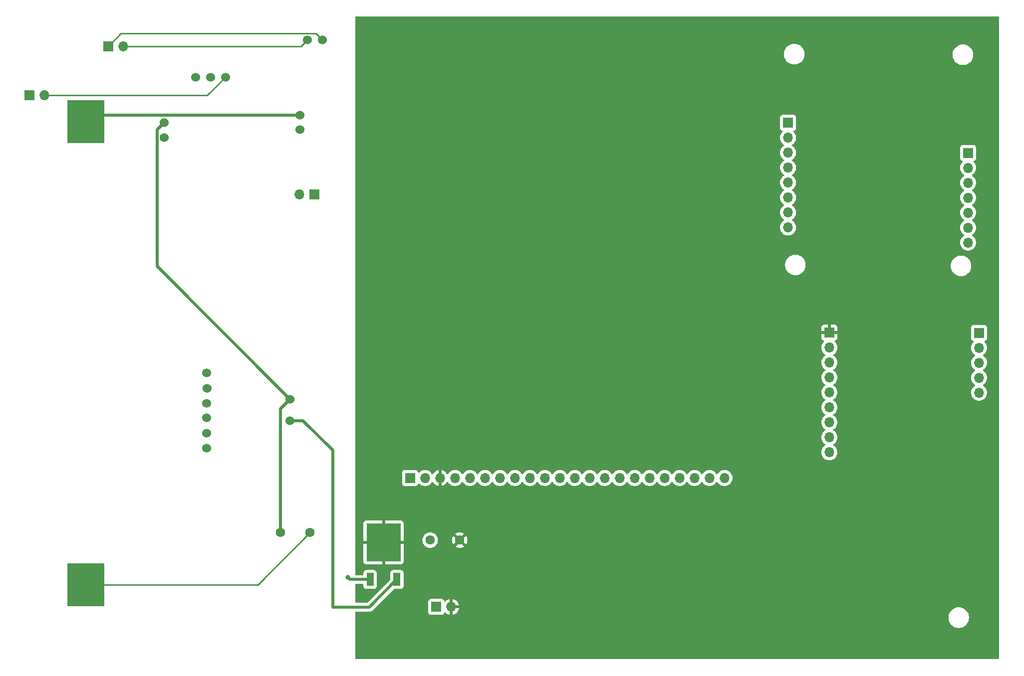
<source format=gtl>
G04 #@! TF.GenerationSoftware,KiCad,Pcbnew,(7.0.0)*
G04 #@! TF.CreationDate,2023-02-19T18:33:10-06:00*
G04 #@! TF.ProjectId,CluePCB,436c7565-5043-4422-9e6b-696361645f70,1*
G04 #@! TF.SameCoordinates,Original*
G04 #@! TF.FileFunction,Copper,L1,Top*
G04 #@! TF.FilePolarity,Positive*
%FSLAX46Y46*%
G04 Gerber Fmt 4.6, Leading zero omitted, Abs format (unit mm)*
G04 Created by KiCad (PCBNEW (7.0.0)) date 2023-02-19 18:33:10*
%MOMM*%
%LPD*%
G01*
G04 APERTURE LIST*
G04 #@! TA.AperFunction,ComponentPad*
%ADD10R,1.700000X1.700000*%
G04 #@! TD*
G04 #@! TA.AperFunction,ComponentPad*
%ADD11O,1.700000X1.700000*%
G04 #@! TD*
G04 #@! TA.AperFunction,SMDPad,CuDef*
%ADD12R,6.350000X7.340000*%
G04 #@! TD*
G04 #@! TA.AperFunction,ComponentPad*
%ADD13C,1.524000*%
G04 #@! TD*
G04 #@! TA.AperFunction,ComponentPad*
%ADD14C,1.600000*%
G04 #@! TD*
G04 #@! TA.AperFunction,SMDPad,CuDef*
%ADD15R,1.200000X2.200000*%
G04 #@! TD*
G04 #@! TA.AperFunction,SMDPad,CuDef*
%ADD16R,5.800000X6.400000*%
G04 #@! TD*
G04 #@! TA.AperFunction,ViaPad*
%ADD17C,0.800000*%
G04 #@! TD*
G04 #@! TA.AperFunction,Conductor*
%ADD18C,0.500000*%
G04 #@! TD*
G04 #@! TA.AperFunction,Conductor*
%ADD19C,0.250000*%
G04 #@! TD*
G04 APERTURE END LIST*
D10*
X192849999Y-54857499D03*
D11*
X192849999Y-57397499D03*
X192849999Y-59937499D03*
X192849999Y-62477499D03*
X192849999Y-65017499D03*
X192849999Y-67557499D03*
X192849999Y-70097499D03*
X192849999Y-72637499D03*
D10*
X223389999Y-59967499D03*
D11*
X223389999Y-62507499D03*
X223389999Y-65047499D03*
X223389999Y-67587499D03*
X223389999Y-70127499D03*
X223389999Y-72667499D03*
X223389999Y-75207499D03*
D10*
X128709999Y-115189999D03*
D11*
X131249999Y-115189999D03*
X133789999Y-115189999D03*
X136329999Y-115189999D03*
X138869999Y-115189999D03*
X141409999Y-115189999D03*
X143949999Y-115189999D03*
X146489999Y-115189999D03*
X149029999Y-115189999D03*
X151569999Y-115189999D03*
X154109999Y-115189999D03*
X156649999Y-115189999D03*
X159189999Y-115189999D03*
X161729999Y-115189999D03*
X164269999Y-115189999D03*
X166809999Y-115189999D03*
X169349999Y-115189999D03*
X171889999Y-115189999D03*
X174429999Y-115189999D03*
X176969999Y-115189999D03*
X179509999Y-115189999D03*
X182049999Y-115189999D03*
D10*
X133154999Y-137079999D03*
D11*
X135694999Y-137079999D03*
D12*
X73659999Y-54649999D03*
X73659999Y-133309999D03*
D10*
X199839999Y-90499999D03*
D11*
X199839999Y-93039999D03*
X199839999Y-95579999D03*
X199839999Y-98119999D03*
X199839999Y-100659999D03*
X199839999Y-103199999D03*
X199839999Y-105739999D03*
X199839999Y-108279999D03*
X199839999Y-110819999D03*
D10*
X225239999Y-90539999D03*
D11*
X225239999Y-93079999D03*
X225239999Y-95619999D03*
X225239999Y-98159999D03*
X225239999Y-100699999D03*
D13*
X108360000Y-101840000D03*
X108360000Y-105430000D03*
X94230000Y-97340000D03*
X94270000Y-99950000D03*
X94230000Y-102490000D03*
X94190000Y-104960000D03*
X94190000Y-107570000D03*
X94190000Y-110140000D03*
D10*
X64124999Y-50199999D03*
D11*
X66664999Y-50199999D03*
D14*
X106720000Y-124460000D03*
X111720000Y-124460000D03*
D13*
X113810000Y-40800000D03*
X111310000Y-40800000D03*
X97370000Y-47130000D03*
X94830000Y-47130000D03*
X92290000Y-47130000D03*
X86990000Y-54830000D03*
X86990000Y-57340000D03*
X110010000Y-53530000D03*
X110010000Y-56040000D03*
D10*
X112474999Y-66999999D03*
D11*
X109934999Y-66999999D03*
D14*
X137120000Y-125730000D03*
X132120000Y-125730000D03*
D15*
X121924999Y-132434999D03*
D16*
X124204999Y-126134999D03*
D15*
X126484999Y-132434999D03*
D10*
X77469999Y-41909999D03*
D11*
X80009999Y-41909999D03*
D17*
X118110000Y-132080000D03*
D18*
X74780000Y-53530000D02*
X110010000Y-53530000D01*
D19*
X73660000Y-54650000D02*
X74780000Y-53530000D01*
X73660000Y-133310000D02*
X102870000Y-133310000D01*
D18*
X118465000Y-132435000D02*
X118110000Y-132080000D01*
X121925000Y-132435000D02*
X118465000Y-132435000D01*
D19*
X102870000Y-133310000D02*
X111720000Y-124460000D01*
D18*
X106720000Y-103480000D02*
X106720000Y-124460000D01*
X86990000Y-54830000D02*
X85778000Y-56042000D01*
X108360000Y-101840000D02*
X106720000Y-103480000D01*
X85778000Y-56042000D02*
X85778000Y-79258000D01*
X85778000Y-79258000D02*
X108360000Y-101840000D01*
D19*
X94300000Y-50200000D02*
X97370000Y-47130000D01*
X66665000Y-50200000D02*
X94300000Y-50200000D01*
D18*
X108360000Y-105430000D02*
X110510000Y-105430000D01*
X121760000Y-137160000D02*
X126485000Y-132435000D01*
X115570000Y-110490000D02*
X115570000Y-137160000D01*
X110510000Y-105430000D02*
X115570000Y-110490000D01*
X115570000Y-137160000D02*
X121760000Y-137160000D01*
D19*
X77470000Y-41910000D02*
X79667000Y-39713000D01*
X79667000Y-39713000D02*
X112723000Y-39713000D01*
X112723000Y-39713000D02*
X113810000Y-40800000D01*
X80010000Y-41910000D02*
X110200000Y-41910000D01*
X110200000Y-41910000D02*
X111310000Y-40800000D01*
G04 #@! TA.AperFunction,Conductor*
G36*
X228537000Y-36846881D02*
G01*
X228583119Y-36893000D01*
X228600000Y-36956000D01*
X228600000Y-145834000D01*
X228583119Y-145897000D01*
X228537000Y-145943119D01*
X228474000Y-145960000D01*
X119506000Y-145960000D01*
X119443000Y-145943119D01*
X119396881Y-145897000D01*
X119380000Y-145834000D01*
X119380000Y-139031182D01*
X220049500Y-139031182D01*
X220050201Y-139035836D01*
X220050202Y-139035842D01*
X220087901Y-139285955D01*
X220087902Y-139285962D01*
X220088604Y-139290615D01*
X220089994Y-139295121D01*
X220164546Y-139536816D01*
X220164549Y-139536825D01*
X220165937Y-139541323D01*
X220279772Y-139777704D01*
X220282426Y-139781597D01*
X220282428Y-139781600D01*
X220424908Y-139990580D01*
X220424912Y-139990586D01*
X220427567Y-139994479D01*
X220430767Y-139997928D01*
X220430772Y-139997934D01*
X220578756Y-140157422D01*
X220606019Y-140186805D01*
X220811143Y-140350386D01*
X221038357Y-140481568D01*
X221282584Y-140577420D01*
X221538370Y-140635802D01*
X221734506Y-140650500D01*
X221863141Y-140650500D01*
X221865494Y-140650500D01*
X222061630Y-140635802D01*
X222317416Y-140577420D01*
X222561643Y-140481568D01*
X222788857Y-140350386D01*
X222993981Y-140186805D01*
X223172433Y-139994479D01*
X223320228Y-139777704D01*
X223434063Y-139541323D01*
X223511396Y-139290615D01*
X223550500Y-139031182D01*
X223550500Y-138768818D01*
X223511396Y-138509385D01*
X223434063Y-138258677D01*
X223320228Y-138022296D01*
X223260970Y-137935381D01*
X223175091Y-137809419D01*
X223175088Y-137809415D01*
X223172433Y-137805521D01*
X223169231Y-137802070D01*
X223169227Y-137802065D01*
X222997181Y-137616644D01*
X222993981Y-137613195D01*
X222788857Y-137449614D01*
X222784780Y-137447260D01*
X222784777Y-137447258D01*
X222565730Y-137320791D01*
X222565723Y-137320787D01*
X222561643Y-137318432D01*
X222317416Y-137222580D01*
X222237778Y-137204403D01*
X222066231Y-137165248D01*
X222066228Y-137165247D01*
X222061630Y-137164198D01*
X222056928Y-137163845D01*
X222056924Y-137163845D01*
X221867836Y-137149675D01*
X221867822Y-137149674D01*
X221865494Y-137149500D01*
X221734506Y-137149500D01*
X221732178Y-137149674D01*
X221732163Y-137149675D01*
X221543075Y-137163845D01*
X221543069Y-137163845D01*
X221538370Y-137164198D01*
X221533772Y-137165247D01*
X221533768Y-137165248D01*
X221287183Y-137221530D01*
X221287179Y-137221531D01*
X221282584Y-137222580D01*
X221278196Y-137224302D01*
X221278190Y-137224304D01*
X221042749Y-137316708D01*
X221042745Y-137316709D01*
X221038357Y-137318432D01*
X221034281Y-137320784D01*
X221034269Y-137320791D01*
X220815222Y-137447258D01*
X220815212Y-137447264D01*
X220811143Y-137449614D01*
X220807466Y-137452546D01*
X220807462Y-137452549D01*
X220609698Y-137610260D01*
X220609689Y-137610267D01*
X220606019Y-137613195D01*
X220602823Y-137616638D01*
X220602818Y-137616644D01*
X220430772Y-137802065D01*
X220430761Y-137802077D01*
X220427567Y-137805521D01*
X220424917Y-137809407D01*
X220424908Y-137809419D01*
X220282428Y-138018399D01*
X220282422Y-138018407D01*
X220279772Y-138022296D01*
X220277727Y-138026541D01*
X220277726Y-138026544D01*
X220167983Y-138254427D01*
X220167979Y-138254434D01*
X220165937Y-138258677D01*
X220164551Y-138263170D01*
X220164546Y-138263183D01*
X220110580Y-138438139D01*
X220088604Y-138509385D01*
X220087903Y-138514034D01*
X220087901Y-138514044D01*
X220050202Y-138764157D01*
X220050201Y-138764164D01*
X220049500Y-138768818D01*
X220049500Y-139031182D01*
X119380000Y-139031182D01*
X119380000Y-138044500D01*
X119396881Y-137981500D01*
X119399743Y-137978638D01*
X131796500Y-137978638D01*
X131796859Y-137981985D01*
X131796860Y-137981988D01*
X131802168Y-138031367D01*
X131802169Y-138031373D01*
X131803011Y-138039201D01*
X131805762Y-138046578D01*
X131805763Y-138046580D01*
X131850962Y-138167763D01*
X131850964Y-138167766D01*
X131854111Y-138176204D01*
X131859508Y-138183414D01*
X131859510Y-138183417D01*
X131919223Y-138263183D01*
X131941739Y-138293261D01*
X131948950Y-138298659D01*
X131984671Y-138325400D01*
X132058796Y-138380889D01*
X132195799Y-138431989D01*
X132256362Y-138438500D01*
X134050269Y-138438500D01*
X134053638Y-138438500D01*
X134114201Y-138431989D01*
X134251204Y-138380889D01*
X134368261Y-138293261D01*
X134455889Y-138176204D01*
X134500195Y-138057414D01*
X134536726Y-138005377D01*
X134594016Y-137977801D01*
X134657478Y-137981711D01*
X134710951Y-138016111D01*
X134768573Y-138078705D01*
X134776211Y-138085737D01*
X134945588Y-138217568D01*
X134954281Y-138223247D01*
X135143042Y-138325400D01*
X135152559Y-138329575D01*
X135355557Y-138399264D01*
X135365627Y-138401814D01*
X135427461Y-138412132D01*
X135438598Y-138411556D01*
X135441000Y-138400664D01*
X135949000Y-138400664D01*
X135951401Y-138411556D01*
X135962538Y-138412132D01*
X136024372Y-138401814D01*
X136034442Y-138399264D01*
X136237440Y-138329575D01*
X136246957Y-138325400D01*
X136435718Y-138223247D01*
X136444411Y-138217568D01*
X136613788Y-138085737D01*
X136621432Y-138078700D01*
X136766789Y-137920799D01*
X136773177Y-137912593D01*
X136890568Y-137732913D01*
X136895511Y-137723778D01*
X136981729Y-137527223D01*
X136985099Y-137517408D01*
X137028013Y-137347943D01*
X137028248Y-137336565D01*
X137017160Y-137334000D01*
X135965590Y-137334000D01*
X135952506Y-137337506D01*
X135949000Y-137350590D01*
X135949000Y-138400664D01*
X135441000Y-138400664D01*
X135441000Y-136809410D01*
X135949000Y-136809410D01*
X135952506Y-136822493D01*
X135965590Y-136826000D01*
X137017160Y-136826000D01*
X137028248Y-136823434D01*
X137028013Y-136812056D01*
X136985099Y-136642591D01*
X136981729Y-136632776D01*
X136895511Y-136436221D01*
X136890568Y-136427086D01*
X136773177Y-136247406D01*
X136766789Y-136239200D01*
X136621432Y-136081299D01*
X136613788Y-136074262D01*
X136444411Y-135942431D01*
X136435718Y-135936752D01*
X136246957Y-135834599D01*
X136237440Y-135830424D01*
X136034442Y-135760735D01*
X136024372Y-135758185D01*
X135962538Y-135747867D01*
X135951401Y-135748443D01*
X135949000Y-135759336D01*
X135949000Y-136809410D01*
X135441000Y-136809410D01*
X135441000Y-135759336D01*
X135438598Y-135748443D01*
X135427461Y-135747867D01*
X135365627Y-135758185D01*
X135355557Y-135760735D01*
X135152559Y-135830424D01*
X135143042Y-135834599D01*
X134954281Y-135936752D01*
X134945588Y-135942431D01*
X134776211Y-136074262D01*
X134768572Y-136081295D01*
X134710950Y-136143889D01*
X134657478Y-136178288D01*
X134594016Y-136182198D01*
X134536726Y-136154622D01*
X134500194Y-136102582D01*
X134492254Y-136081295D01*
X134455889Y-135983796D01*
X134424923Y-135942431D01*
X134373659Y-135873950D01*
X134368261Y-135866739D01*
X134361049Y-135861340D01*
X134258417Y-135784510D01*
X134258414Y-135784508D01*
X134251204Y-135779111D01*
X134242766Y-135775964D01*
X134242763Y-135775962D01*
X134121580Y-135730763D01*
X134121578Y-135730762D01*
X134114201Y-135728011D01*
X134106373Y-135727169D01*
X134106367Y-135727168D01*
X134056988Y-135721860D01*
X134056985Y-135721859D01*
X134053638Y-135721500D01*
X132256362Y-135721500D01*
X132253015Y-135721859D01*
X132253011Y-135721860D01*
X132203632Y-135727168D01*
X132203625Y-135727169D01*
X132195799Y-135728011D01*
X132188423Y-135730761D01*
X132188419Y-135730763D01*
X132067236Y-135775962D01*
X132067230Y-135775965D01*
X132058796Y-135779111D01*
X132051588Y-135784506D01*
X132051582Y-135784510D01*
X131948950Y-135861340D01*
X131948946Y-135861343D01*
X131941739Y-135866739D01*
X131936343Y-135873946D01*
X131936340Y-135873950D01*
X131859510Y-135976582D01*
X131859506Y-135976588D01*
X131854111Y-135983796D01*
X131850965Y-135992230D01*
X131850962Y-135992236D01*
X131805763Y-136113419D01*
X131805761Y-136113423D01*
X131803011Y-136120799D01*
X131802169Y-136128625D01*
X131802168Y-136128632D01*
X131796860Y-136178011D01*
X131796500Y-136181362D01*
X131796500Y-137978638D01*
X119399743Y-137978638D01*
X119443000Y-137935381D01*
X119506000Y-137918500D01*
X121695558Y-137918500D01*
X121713820Y-137919830D01*
X121737789Y-137923341D01*
X121787646Y-137918978D01*
X121798628Y-137918500D01*
X121800513Y-137918500D01*
X121804180Y-137918500D01*
X121835300Y-137914861D01*
X121838903Y-137914493D01*
X121914426Y-137907887D01*
X121921393Y-137905578D01*
X121924697Y-137904896D01*
X121925120Y-137904827D01*
X121925552Y-137904705D01*
X121928813Y-137903932D01*
X121936113Y-137903079D01*
X122007420Y-137877124D01*
X122010769Y-137875961D01*
X122082738Y-137852114D01*
X122088989Y-137848257D01*
X122092025Y-137846842D01*
X122092443Y-137846668D01*
X122092830Y-137846453D01*
X122095827Y-137844947D01*
X122102732Y-137842435D01*
X122166139Y-137800729D01*
X122169097Y-137798845D01*
X122233651Y-137759030D01*
X122238845Y-137753834D01*
X122241472Y-137751758D01*
X122241837Y-137751494D01*
X122242165Y-137751194D01*
X122244732Y-137749039D01*
X122250874Y-137745001D01*
X122302962Y-137689789D01*
X122305448Y-137687231D01*
X125912275Y-134080405D01*
X125953153Y-134053091D01*
X126001371Y-134043500D01*
X127130269Y-134043500D01*
X127133638Y-134043500D01*
X127194201Y-134036989D01*
X127331204Y-133985889D01*
X127448261Y-133898261D01*
X127535889Y-133781204D01*
X127586989Y-133644201D01*
X127593500Y-133583638D01*
X127593500Y-131286362D01*
X127586989Y-131225799D01*
X127535889Y-131088796D01*
X127448261Y-130971739D01*
X127441049Y-130966340D01*
X127338417Y-130889510D01*
X127338414Y-130889508D01*
X127331204Y-130884111D01*
X127322766Y-130880964D01*
X127322763Y-130880962D01*
X127201580Y-130835763D01*
X127201578Y-130835762D01*
X127194201Y-130833011D01*
X127186373Y-130832169D01*
X127186367Y-130832168D01*
X127136988Y-130826860D01*
X127136985Y-130826859D01*
X127133638Y-130826500D01*
X125836362Y-130826500D01*
X125833015Y-130826859D01*
X125833011Y-130826860D01*
X125783632Y-130832168D01*
X125783625Y-130832169D01*
X125775799Y-130833011D01*
X125768423Y-130835761D01*
X125768419Y-130835763D01*
X125647236Y-130880962D01*
X125647230Y-130880965D01*
X125638796Y-130884111D01*
X125631588Y-130889506D01*
X125631582Y-130889510D01*
X125528950Y-130966340D01*
X125528946Y-130966343D01*
X125521739Y-130971739D01*
X125516343Y-130978946D01*
X125516340Y-130978950D01*
X125439510Y-131081582D01*
X125439506Y-131081588D01*
X125434111Y-131088796D01*
X125430965Y-131097230D01*
X125430962Y-131097236D01*
X125385763Y-131218419D01*
X125385761Y-131218423D01*
X125383011Y-131225799D01*
X125382169Y-131233625D01*
X125382168Y-131233632D01*
X125376860Y-131283011D01*
X125376500Y-131286362D01*
X125376500Y-131289731D01*
X125376500Y-132418629D01*
X125366909Y-132466847D01*
X125339595Y-132507724D01*
X121482724Y-136364595D01*
X121441847Y-136391909D01*
X121393629Y-136401500D01*
X119506000Y-136401500D01*
X119443000Y-136384619D01*
X119396881Y-136338500D01*
X119380000Y-136275500D01*
X119380000Y-133319500D01*
X119396881Y-133256500D01*
X119443000Y-133210381D01*
X119506000Y-133193500D01*
X120690500Y-133193500D01*
X120753500Y-133210381D01*
X120799619Y-133256500D01*
X120816500Y-133319500D01*
X120816500Y-133583638D01*
X120816859Y-133586985D01*
X120816860Y-133586988D01*
X120822168Y-133636367D01*
X120822169Y-133636373D01*
X120823011Y-133644201D01*
X120825762Y-133651578D01*
X120825763Y-133651580D01*
X120870962Y-133772763D01*
X120870964Y-133772766D01*
X120874111Y-133781204D01*
X120879508Y-133788414D01*
X120879510Y-133788417D01*
X120956340Y-133891049D01*
X120961739Y-133898261D01*
X121078796Y-133985889D01*
X121215799Y-134036989D01*
X121276362Y-134043500D01*
X122570269Y-134043500D01*
X122573638Y-134043500D01*
X122634201Y-134036989D01*
X122771204Y-133985889D01*
X122888261Y-133898261D01*
X122975889Y-133781204D01*
X123026989Y-133644201D01*
X123033500Y-133583638D01*
X123033500Y-131286362D01*
X123026989Y-131225799D01*
X122975889Y-131088796D01*
X122888261Y-130971739D01*
X122881049Y-130966340D01*
X122778417Y-130889510D01*
X122778414Y-130889508D01*
X122771204Y-130884111D01*
X122762766Y-130880964D01*
X122762763Y-130880962D01*
X122641580Y-130835763D01*
X122641578Y-130835762D01*
X122634201Y-130833011D01*
X122626373Y-130832169D01*
X122626367Y-130832168D01*
X122576988Y-130826860D01*
X122576985Y-130826859D01*
X122573638Y-130826500D01*
X121276362Y-130826500D01*
X121273015Y-130826859D01*
X121273011Y-130826860D01*
X121223632Y-130832168D01*
X121223625Y-130832169D01*
X121215799Y-130833011D01*
X121208423Y-130835761D01*
X121208419Y-130835763D01*
X121087236Y-130880962D01*
X121087230Y-130880965D01*
X121078796Y-130884111D01*
X121071588Y-130889506D01*
X121071582Y-130889510D01*
X120968950Y-130966340D01*
X120968946Y-130966343D01*
X120961739Y-130971739D01*
X120956343Y-130978946D01*
X120956340Y-130978950D01*
X120879510Y-131081582D01*
X120879506Y-131081588D01*
X120874111Y-131088796D01*
X120870965Y-131097230D01*
X120870962Y-131097236D01*
X120825763Y-131218419D01*
X120825761Y-131218423D01*
X120823011Y-131225799D01*
X120822169Y-131233625D01*
X120822168Y-131233632D01*
X120816860Y-131283011D01*
X120816500Y-131286362D01*
X120816500Y-131289731D01*
X120816500Y-131550500D01*
X120799619Y-131613500D01*
X120753500Y-131659619D01*
X120690500Y-131676500D01*
X119506000Y-131676500D01*
X119443000Y-131659619D01*
X119396881Y-131613500D01*
X119380000Y-131550500D01*
X119380000Y-129380223D01*
X120797000Y-129380223D01*
X120797359Y-129386938D01*
X120802662Y-129436257D01*
X120806259Y-129451478D01*
X120851405Y-129572519D01*
X120859954Y-129588175D01*
X120936697Y-129690692D01*
X120949307Y-129703302D01*
X121051824Y-129780045D01*
X121067480Y-129788594D01*
X121188521Y-129833740D01*
X121203742Y-129837337D01*
X121253061Y-129842640D01*
X121259777Y-129843000D01*
X123934410Y-129843000D01*
X123947493Y-129839493D01*
X123951000Y-129826410D01*
X124459000Y-129826410D01*
X124462506Y-129839493D01*
X124475590Y-129843000D01*
X127150223Y-129843000D01*
X127156938Y-129842640D01*
X127206257Y-129837337D01*
X127221478Y-129833740D01*
X127342519Y-129788594D01*
X127358175Y-129780045D01*
X127460692Y-129703302D01*
X127473302Y-129690692D01*
X127550045Y-129588175D01*
X127558594Y-129572519D01*
X127603740Y-129451478D01*
X127607337Y-129436257D01*
X127612640Y-129386938D01*
X127613000Y-129380223D01*
X127613000Y-126405590D01*
X127609493Y-126392506D01*
X127596410Y-126389000D01*
X124475590Y-126389000D01*
X124462506Y-126392506D01*
X124459000Y-126405590D01*
X124459000Y-129826410D01*
X123951000Y-129826410D01*
X123951000Y-126405590D01*
X123947493Y-126392506D01*
X123934410Y-126389000D01*
X120813590Y-126389000D01*
X120800506Y-126392506D01*
X120797000Y-126405590D01*
X120797000Y-129380223D01*
X119380000Y-129380223D01*
X119380000Y-125864410D01*
X120797000Y-125864410D01*
X120800506Y-125877493D01*
X120813590Y-125881000D01*
X123934410Y-125881000D01*
X123947493Y-125877493D01*
X123951000Y-125864410D01*
X124459000Y-125864410D01*
X124462506Y-125877493D01*
X124475590Y-125881000D01*
X127596410Y-125881000D01*
X127609493Y-125877493D01*
X127613000Y-125864410D01*
X127613000Y-125730000D01*
X130806502Y-125730000D01*
X130806981Y-125735475D01*
X130825969Y-125952519D01*
X130826457Y-125958087D01*
X130885716Y-126179243D01*
X130982477Y-126386749D01*
X130985630Y-126391252D01*
X130985633Y-126391257D01*
X131024375Y-126446586D01*
X131113802Y-126574300D01*
X131275700Y-126736198D01*
X131463251Y-126867523D01*
X131670757Y-126964284D01*
X131891913Y-127023543D01*
X132120000Y-127043498D01*
X132348087Y-127023543D01*
X132569243Y-126964284D01*
X132776749Y-126867523D01*
X132849232Y-126816770D01*
X136395860Y-126816770D01*
X136403414Y-126825014D01*
X136458996Y-126863933D01*
X136468482Y-126869410D01*
X136665946Y-126961489D01*
X136676238Y-126965235D01*
X136886687Y-127021625D01*
X136897480Y-127023528D01*
X137114525Y-127042517D01*
X137125475Y-127042517D01*
X137342519Y-127023528D01*
X137353312Y-127021625D01*
X137563761Y-126965235D01*
X137574053Y-126961489D01*
X137771510Y-126869413D01*
X137781006Y-126863931D01*
X137836586Y-126825013D01*
X137844138Y-126816771D01*
X137838128Y-126807338D01*
X137131729Y-126100939D01*
X137119999Y-126094167D01*
X137108271Y-126100938D01*
X136401867Y-126807341D01*
X136395860Y-126816770D01*
X132849232Y-126816770D01*
X132964300Y-126736198D01*
X133126198Y-126574300D01*
X133257523Y-126386749D01*
X133354284Y-126179243D01*
X133413543Y-125958087D01*
X133433019Y-125735475D01*
X135807483Y-125735475D01*
X135826471Y-125952519D01*
X135828374Y-125963312D01*
X135884764Y-126173761D01*
X135888510Y-126184053D01*
X135980587Y-126381513D01*
X135986066Y-126391002D01*
X136024985Y-126446586D01*
X136033228Y-126454138D01*
X136042656Y-126448132D01*
X136749059Y-125741730D01*
X136755832Y-125729999D01*
X137484167Y-125729999D01*
X137490939Y-125741729D01*
X138197338Y-126448128D01*
X138206771Y-126454138D01*
X138215013Y-126446586D01*
X138253931Y-126391006D01*
X138259413Y-126381510D01*
X138351489Y-126184053D01*
X138355235Y-126173761D01*
X138411625Y-125963312D01*
X138413528Y-125952519D01*
X138432517Y-125735475D01*
X138432517Y-125724525D01*
X138413528Y-125507480D01*
X138411625Y-125496687D01*
X138355235Y-125286238D01*
X138351489Y-125275946D01*
X138259410Y-125078482D01*
X138253933Y-125068996D01*
X138215014Y-125013414D01*
X138206770Y-125005860D01*
X138197341Y-125011867D01*
X137490938Y-125718271D01*
X137484167Y-125729999D01*
X136755832Y-125729999D01*
X136749060Y-125718270D01*
X136042659Y-125011869D01*
X136033227Y-125005860D01*
X136024985Y-125013413D01*
X135986067Y-125068995D01*
X135980587Y-125078485D01*
X135888510Y-125275946D01*
X135884764Y-125286238D01*
X135828374Y-125496687D01*
X135826471Y-125507480D01*
X135807483Y-125724525D01*
X135807483Y-125735475D01*
X133433019Y-125735475D01*
X133433498Y-125730000D01*
X133413543Y-125501913D01*
X133354284Y-125280757D01*
X133257523Y-125073251D01*
X133126198Y-124885700D01*
X132964300Y-124723802D01*
X132849229Y-124643228D01*
X132849228Y-124643227D01*
X136395860Y-124643227D01*
X136401869Y-124652659D01*
X137108270Y-125359060D01*
X137119999Y-125365832D01*
X137131730Y-125359059D01*
X137838132Y-124652656D01*
X137844138Y-124643228D01*
X137836586Y-124634985D01*
X137781002Y-124596066D01*
X137771513Y-124590587D01*
X137574053Y-124498510D01*
X137563761Y-124494764D01*
X137353312Y-124438374D01*
X137342519Y-124436471D01*
X137125475Y-124417483D01*
X137114525Y-124417483D01*
X136897480Y-124436471D01*
X136886687Y-124438374D01*
X136676238Y-124494764D01*
X136665946Y-124498510D01*
X136468485Y-124590587D01*
X136458995Y-124596067D01*
X136403413Y-124634985D01*
X136395860Y-124643227D01*
X132849228Y-124643227D01*
X132781257Y-124595633D01*
X132781252Y-124595630D01*
X132776749Y-124592477D01*
X132569243Y-124495716D01*
X132348087Y-124436457D01*
X132342611Y-124435977D01*
X132342606Y-124435977D01*
X132125475Y-124416981D01*
X132120000Y-124416502D01*
X132114525Y-124416981D01*
X131897393Y-124435977D01*
X131897386Y-124435978D01*
X131891913Y-124436457D01*
X131886599Y-124437880D01*
X131886598Y-124437881D01*
X131676067Y-124494293D01*
X131676065Y-124494293D01*
X131670757Y-124495716D01*
X131665779Y-124498036D01*
X131665774Y-124498039D01*
X131468238Y-124590151D01*
X131468233Y-124590153D01*
X131463251Y-124592477D01*
X131458752Y-124595627D01*
X131458742Y-124595633D01*
X131280211Y-124720643D01*
X131280208Y-124720645D01*
X131275700Y-124723802D01*
X131271808Y-124727693D01*
X131271802Y-124727699D01*
X131117699Y-124881802D01*
X131117693Y-124881808D01*
X131113802Y-124885700D01*
X131110645Y-124890208D01*
X131110643Y-124890211D01*
X130985633Y-125068742D01*
X130985627Y-125068752D01*
X130982477Y-125073251D01*
X130980153Y-125078233D01*
X130980151Y-125078238D01*
X130888039Y-125275774D01*
X130888036Y-125275779D01*
X130885716Y-125280757D01*
X130884293Y-125286065D01*
X130884293Y-125286067D01*
X130862920Y-125365832D01*
X130826457Y-125501913D01*
X130825978Y-125507386D01*
X130825977Y-125507393D01*
X130807528Y-125718270D01*
X130806502Y-125730000D01*
X127613000Y-125730000D01*
X127613000Y-122889777D01*
X127612640Y-122883061D01*
X127607337Y-122833742D01*
X127603740Y-122818521D01*
X127558594Y-122697480D01*
X127550045Y-122681824D01*
X127473302Y-122579307D01*
X127460692Y-122566697D01*
X127358175Y-122489954D01*
X127342519Y-122481405D01*
X127221478Y-122436259D01*
X127206257Y-122432662D01*
X127156938Y-122427359D01*
X127150223Y-122427000D01*
X124475590Y-122427000D01*
X124462506Y-122430506D01*
X124459000Y-122443590D01*
X124459000Y-125864410D01*
X123951000Y-125864410D01*
X123951000Y-122443590D01*
X123947493Y-122430506D01*
X123934410Y-122427000D01*
X121259777Y-122427000D01*
X121253061Y-122427359D01*
X121203742Y-122432662D01*
X121188521Y-122436259D01*
X121067480Y-122481405D01*
X121051824Y-122489954D01*
X120949307Y-122566697D01*
X120936697Y-122579307D01*
X120859954Y-122681824D01*
X120851405Y-122697480D01*
X120806259Y-122818521D01*
X120802662Y-122833742D01*
X120797359Y-122883061D01*
X120797000Y-122889777D01*
X120797000Y-125864410D01*
X119380000Y-125864410D01*
X119380000Y-116088638D01*
X127351500Y-116088638D01*
X127351859Y-116091985D01*
X127351860Y-116091988D01*
X127357168Y-116141367D01*
X127357169Y-116141373D01*
X127358011Y-116149201D01*
X127360762Y-116156578D01*
X127360763Y-116156580D01*
X127405962Y-116277763D01*
X127405964Y-116277766D01*
X127409111Y-116286204D01*
X127414508Y-116293414D01*
X127414510Y-116293417D01*
X127440389Y-116327987D01*
X127496739Y-116403261D01*
X127503950Y-116408659D01*
X127539671Y-116435400D01*
X127613796Y-116490889D01*
X127750799Y-116541989D01*
X127811362Y-116548500D01*
X129605269Y-116548500D01*
X129608638Y-116548500D01*
X129669201Y-116541989D01*
X129806204Y-116490889D01*
X129923261Y-116403261D01*
X130010889Y-116286204D01*
X130054998Y-116167943D01*
X130091530Y-116115904D01*
X130148820Y-116088328D01*
X130212282Y-116092238D01*
X130265755Y-116126638D01*
X130286526Y-116149201D01*
X130326760Y-116192906D01*
X130504424Y-116331189D01*
X130702426Y-116438342D01*
X130707355Y-116440034D01*
X130707357Y-116440035D01*
X130808895Y-116474893D01*
X130915365Y-116511444D01*
X131137431Y-116548500D01*
X131357358Y-116548500D01*
X131362569Y-116548500D01*
X131584635Y-116511444D01*
X131797574Y-116438342D01*
X131995576Y-116331189D01*
X132173240Y-116192906D01*
X132325722Y-116027268D01*
X132414817Y-115890896D01*
X132460328Y-115849001D01*
X132520297Y-115833814D01*
X132580267Y-115849000D01*
X132625781Y-115890898D01*
X132711822Y-116022592D01*
X132718210Y-116030799D01*
X132863567Y-116188700D01*
X132871211Y-116195737D01*
X133040588Y-116327568D01*
X133049281Y-116333247D01*
X133238042Y-116435400D01*
X133247559Y-116439575D01*
X133450557Y-116509264D01*
X133460627Y-116511814D01*
X133522461Y-116522132D01*
X133533598Y-116521556D01*
X133536000Y-116510664D01*
X134044000Y-116510664D01*
X134046401Y-116521556D01*
X134057538Y-116522132D01*
X134119372Y-116511814D01*
X134129442Y-116509264D01*
X134332440Y-116439575D01*
X134341957Y-116435400D01*
X134530718Y-116333247D01*
X134539411Y-116327568D01*
X134708788Y-116195737D01*
X134716432Y-116188700D01*
X134861789Y-116030799D01*
X134868181Y-116022587D01*
X134954218Y-115890899D01*
X134999732Y-115849000D01*
X135059701Y-115833814D01*
X135119670Y-115849000D01*
X135165183Y-115890898D01*
X135254278Y-116027268D01*
X135257806Y-116031100D01*
X135403227Y-116189069D01*
X135403231Y-116189073D01*
X135406760Y-116192906D01*
X135584424Y-116331189D01*
X135782426Y-116438342D01*
X135787355Y-116440034D01*
X135787357Y-116440035D01*
X135888895Y-116474893D01*
X135995365Y-116511444D01*
X136217431Y-116548500D01*
X136437358Y-116548500D01*
X136442569Y-116548500D01*
X136664635Y-116511444D01*
X136877574Y-116438342D01*
X137075576Y-116331189D01*
X137253240Y-116192906D01*
X137405722Y-116027268D01*
X137494518Y-115891354D01*
X137540030Y-115849457D01*
X137600000Y-115834271D01*
X137659970Y-115849457D01*
X137705481Y-115891354D01*
X137794278Y-116027268D01*
X137797806Y-116031100D01*
X137943227Y-116189069D01*
X137943231Y-116189073D01*
X137946760Y-116192906D01*
X138124424Y-116331189D01*
X138322426Y-116438342D01*
X138327355Y-116440034D01*
X138327357Y-116440035D01*
X138428895Y-116474893D01*
X138535365Y-116511444D01*
X138757431Y-116548500D01*
X138977358Y-116548500D01*
X138982569Y-116548500D01*
X139204635Y-116511444D01*
X139417574Y-116438342D01*
X139615576Y-116331189D01*
X139793240Y-116192906D01*
X139945722Y-116027268D01*
X140034518Y-115891354D01*
X140080030Y-115849457D01*
X140140000Y-115834271D01*
X140199970Y-115849457D01*
X140245481Y-115891354D01*
X140334278Y-116027268D01*
X140337806Y-116031100D01*
X140483227Y-116189069D01*
X140483231Y-116189073D01*
X140486760Y-116192906D01*
X140664424Y-116331189D01*
X140862426Y-116438342D01*
X140867355Y-116440034D01*
X140867357Y-116440035D01*
X140968895Y-116474893D01*
X141075365Y-116511444D01*
X141297431Y-116548500D01*
X141517358Y-116548500D01*
X141522569Y-116548500D01*
X141744635Y-116511444D01*
X141957574Y-116438342D01*
X142155576Y-116331189D01*
X142333240Y-116192906D01*
X142485722Y-116027268D01*
X142574518Y-115891354D01*
X142620030Y-115849457D01*
X142680000Y-115834271D01*
X142739970Y-115849457D01*
X142785481Y-115891354D01*
X142874278Y-116027268D01*
X142877806Y-116031100D01*
X143023227Y-116189069D01*
X143023231Y-116189073D01*
X143026760Y-116192906D01*
X143204424Y-116331189D01*
X143402426Y-116438342D01*
X143407355Y-116440034D01*
X143407357Y-116440035D01*
X143508895Y-116474893D01*
X143615365Y-116511444D01*
X143837431Y-116548500D01*
X144057358Y-116548500D01*
X144062569Y-116548500D01*
X144284635Y-116511444D01*
X144497574Y-116438342D01*
X144695576Y-116331189D01*
X144873240Y-116192906D01*
X145025722Y-116027268D01*
X145114518Y-115891354D01*
X145160030Y-115849457D01*
X145220000Y-115834271D01*
X145279970Y-115849457D01*
X145325481Y-115891354D01*
X145414278Y-116027268D01*
X145417806Y-116031100D01*
X145563227Y-116189069D01*
X145563231Y-116189073D01*
X145566760Y-116192906D01*
X145744424Y-116331189D01*
X145942426Y-116438342D01*
X145947355Y-116440034D01*
X145947357Y-116440035D01*
X146048895Y-116474893D01*
X146155365Y-116511444D01*
X146377431Y-116548500D01*
X146597358Y-116548500D01*
X146602569Y-116548500D01*
X146824635Y-116511444D01*
X147037574Y-116438342D01*
X147235576Y-116331189D01*
X147413240Y-116192906D01*
X147565722Y-116027268D01*
X147654518Y-115891354D01*
X147700030Y-115849457D01*
X147760000Y-115834271D01*
X147819970Y-115849457D01*
X147865481Y-115891354D01*
X147954278Y-116027268D01*
X147957806Y-116031100D01*
X148103227Y-116189069D01*
X148103231Y-116189073D01*
X148106760Y-116192906D01*
X148284424Y-116331189D01*
X148482426Y-116438342D01*
X148487355Y-116440034D01*
X148487357Y-116440035D01*
X148588895Y-116474893D01*
X148695365Y-116511444D01*
X148917431Y-116548500D01*
X149137358Y-116548500D01*
X149142569Y-116548500D01*
X149364635Y-116511444D01*
X149577574Y-116438342D01*
X149775576Y-116331189D01*
X149953240Y-116192906D01*
X150105722Y-116027268D01*
X150194518Y-115891354D01*
X150240030Y-115849457D01*
X150300000Y-115834271D01*
X150359970Y-115849457D01*
X150405481Y-115891354D01*
X150494278Y-116027268D01*
X150497806Y-116031100D01*
X150643227Y-116189069D01*
X150643231Y-116189073D01*
X150646760Y-116192906D01*
X150824424Y-116331189D01*
X151022426Y-116438342D01*
X151027355Y-116440034D01*
X151027357Y-116440035D01*
X151128895Y-116474893D01*
X151235365Y-116511444D01*
X151457431Y-116548500D01*
X151677358Y-116548500D01*
X151682569Y-116548500D01*
X151904635Y-116511444D01*
X152117574Y-116438342D01*
X152315576Y-116331189D01*
X152493240Y-116192906D01*
X152645722Y-116027268D01*
X152734518Y-115891354D01*
X152780030Y-115849457D01*
X152840000Y-115834271D01*
X152899970Y-115849457D01*
X152945481Y-115891354D01*
X153034278Y-116027268D01*
X153037806Y-116031100D01*
X153183227Y-116189069D01*
X153183231Y-116189073D01*
X153186760Y-116192906D01*
X153364424Y-116331189D01*
X153562426Y-116438342D01*
X153567355Y-116440034D01*
X153567357Y-116440035D01*
X153668895Y-116474893D01*
X153775365Y-116511444D01*
X153997431Y-116548500D01*
X154217358Y-116548500D01*
X154222569Y-116548500D01*
X154444635Y-116511444D01*
X154657574Y-116438342D01*
X154855576Y-116331189D01*
X155033240Y-116192906D01*
X155185722Y-116027268D01*
X155274518Y-115891354D01*
X155320030Y-115849457D01*
X155380000Y-115834271D01*
X155439970Y-115849457D01*
X155485481Y-115891354D01*
X155574278Y-116027268D01*
X155577806Y-116031100D01*
X155723227Y-116189069D01*
X155723231Y-116189073D01*
X155726760Y-116192906D01*
X155904424Y-116331189D01*
X156102426Y-116438342D01*
X156107355Y-116440034D01*
X156107357Y-116440035D01*
X156208895Y-116474893D01*
X156315365Y-116511444D01*
X156537431Y-116548500D01*
X156757358Y-116548500D01*
X156762569Y-116548500D01*
X156984635Y-116511444D01*
X157197574Y-116438342D01*
X157395576Y-116331189D01*
X157573240Y-116192906D01*
X157725722Y-116027268D01*
X157814518Y-115891354D01*
X157860030Y-115849457D01*
X157920000Y-115834271D01*
X157979970Y-115849457D01*
X158025481Y-115891354D01*
X158114278Y-116027268D01*
X158117806Y-116031100D01*
X158263227Y-116189069D01*
X158263231Y-116189073D01*
X158266760Y-116192906D01*
X158444424Y-116331189D01*
X158642426Y-116438342D01*
X158647355Y-116440034D01*
X158647357Y-116440035D01*
X158748895Y-116474893D01*
X158855365Y-116511444D01*
X159077431Y-116548500D01*
X159297358Y-116548500D01*
X159302569Y-116548500D01*
X159524635Y-116511444D01*
X159737574Y-116438342D01*
X159935576Y-116331189D01*
X160113240Y-116192906D01*
X160265722Y-116027268D01*
X160354518Y-115891354D01*
X160400030Y-115849457D01*
X160460000Y-115834271D01*
X160519970Y-115849457D01*
X160565481Y-115891354D01*
X160654278Y-116027268D01*
X160657806Y-116031100D01*
X160803227Y-116189069D01*
X160803231Y-116189073D01*
X160806760Y-116192906D01*
X160984424Y-116331189D01*
X161182426Y-116438342D01*
X161187355Y-116440034D01*
X161187357Y-116440035D01*
X161288895Y-116474893D01*
X161395365Y-116511444D01*
X161617431Y-116548500D01*
X161837358Y-116548500D01*
X161842569Y-116548500D01*
X162064635Y-116511444D01*
X162277574Y-116438342D01*
X162475576Y-116331189D01*
X162653240Y-116192906D01*
X162805722Y-116027268D01*
X162894518Y-115891354D01*
X162940030Y-115849457D01*
X163000000Y-115834271D01*
X163059970Y-115849457D01*
X163105481Y-115891354D01*
X163194278Y-116027268D01*
X163197806Y-116031100D01*
X163343227Y-116189069D01*
X163343231Y-116189073D01*
X163346760Y-116192906D01*
X163524424Y-116331189D01*
X163722426Y-116438342D01*
X163727355Y-116440034D01*
X163727357Y-116440035D01*
X163828895Y-116474893D01*
X163935365Y-116511444D01*
X164157431Y-116548500D01*
X164377358Y-116548500D01*
X164382569Y-116548500D01*
X164604635Y-116511444D01*
X164817574Y-116438342D01*
X165015576Y-116331189D01*
X165193240Y-116192906D01*
X165345722Y-116027268D01*
X165434518Y-115891354D01*
X165480030Y-115849457D01*
X165540000Y-115834271D01*
X165599970Y-115849457D01*
X165645481Y-115891354D01*
X165734278Y-116027268D01*
X165737806Y-116031100D01*
X165883227Y-116189069D01*
X165883231Y-116189073D01*
X165886760Y-116192906D01*
X166064424Y-116331189D01*
X166262426Y-116438342D01*
X166267355Y-116440034D01*
X166267357Y-116440035D01*
X166368895Y-116474893D01*
X166475365Y-116511444D01*
X166697431Y-116548500D01*
X166917358Y-116548500D01*
X166922569Y-116548500D01*
X167144635Y-116511444D01*
X167357574Y-116438342D01*
X167555576Y-116331189D01*
X167733240Y-116192906D01*
X167885722Y-116027268D01*
X167974518Y-115891354D01*
X168020030Y-115849457D01*
X168080000Y-115834271D01*
X168139970Y-115849457D01*
X168185481Y-115891354D01*
X168274278Y-116027268D01*
X168277806Y-116031100D01*
X168423227Y-116189069D01*
X168423231Y-116189073D01*
X168426760Y-116192906D01*
X168604424Y-116331189D01*
X168802426Y-116438342D01*
X168807355Y-116440034D01*
X168807357Y-116440035D01*
X168908895Y-116474893D01*
X169015365Y-116511444D01*
X169237431Y-116548500D01*
X169457358Y-116548500D01*
X169462569Y-116548500D01*
X169684635Y-116511444D01*
X169897574Y-116438342D01*
X170095576Y-116331189D01*
X170273240Y-116192906D01*
X170425722Y-116027268D01*
X170514518Y-115891354D01*
X170560030Y-115849457D01*
X170620000Y-115834271D01*
X170679970Y-115849457D01*
X170725481Y-115891354D01*
X170814278Y-116027268D01*
X170817806Y-116031100D01*
X170963227Y-116189069D01*
X170963231Y-116189073D01*
X170966760Y-116192906D01*
X171144424Y-116331189D01*
X171342426Y-116438342D01*
X171347355Y-116440034D01*
X171347357Y-116440035D01*
X171448895Y-116474893D01*
X171555365Y-116511444D01*
X171777431Y-116548500D01*
X171997358Y-116548500D01*
X172002569Y-116548500D01*
X172224635Y-116511444D01*
X172437574Y-116438342D01*
X172635576Y-116331189D01*
X172813240Y-116192906D01*
X172965722Y-116027268D01*
X173054518Y-115891354D01*
X173100030Y-115849457D01*
X173160000Y-115834271D01*
X173219970Y-115849457D01*
X173265481Y-115891354D01*
X173354278Y-116027268D01*
X173357806Y-116031100D01*
X173503227Y-116189069D01*
X173503231Y-116189073D01*
X173506760Y-116192906D01*
X173684424Y-116331189D01*
X173882426Y-116438342D01*
X173887355Y-116440034D01*
X173887357Y-116440035D01*
X173988895Y-116474893D01*
X174095365Y-116511444D01*
X174317431Y-116548500D01*
X174537358Y-116548500D01*
X174542569Y-116548500D01*
X174764635Y-116511444D01*
X174977574Y-116438342D01*
X175175576Y-116331189D01*
X175353240Y-116192906D01*
X175505722Y-116027268D01*
X175594518Y-115891354D01*
X175640030Y-115849457D01*
X175700000Y-115834271D01*
X175759970Y-115849457D01*
X175805481Y-115891354D01*
X175894278Y-116027268D01*
X175897806Y-116031100D01*
X176043227Y-116189069D01*
X176043231Y-116189073D01*
X176046760Y-116192906D01*
X176224424Y-116331189D01*
X176422426Y-116438342D01*
X176427355Y-116440034D01*
X176427357Y-116440035D01*
X176528895Y-116474893D01*
X176635365Y-116511444D01*
X176857431Y-116548500D01*
X177077358Y-116548500D01*
X177082569Y-116548500D01*
X177304635Y-116511444D01*
X177517574Y-116438342D01*
X177715576Y-116331189D01*
X177893240Y-116192906D01*
X178045722Y-116027268D01*
X178134518Y-115891354D01*
X178180030Y-115849457D01*
X178240000Y-115834271D01*
X178299970Y-115849457D01*
X178345481Y-115891354D01*
X178434278Y-116027268D01*
X178437806Y-116031100D01*
X178583227Y-116189069D01*
X178583231Y-116189073D01*
X178586760Y-116192906D01*
X178764424Y-116331189D01*
X178962426Y-116438342D01*
X178967355Y-116440034D01*
X178967357Y-116440035D01*
X179068895Y-116474893D01*
X179175365Y-116511444D01*
X179397431Y-116548500D01*
X179617358Y-116548500D01*
X179622569Y-116548500D01*
X179844635Y-116511444D01*
X180057574Y-116438342D01*
X180255576Y-116331189D01*
X180433240Y-116192906D01*
X180585722Y-116027268D01*
X180674518Y-115891354D01*
X180720030Y-115849457D01*
X180780000Y-115834271D01*
X180839970Y-115849457D01*
X180885481Y-115891354D01*
X180974278Y-116027268D01*
X180977806Y-116031100D01*
X181123227Y-116189069D01*
X181123231Y-116189073D01*
X181126760Y-116192906D01*
X181304424Y-116331189D01*
X181502426Y-116438342D01*
X181507355Y-116440034D01*
X181507357Y-116440035D01*
X181608895Y-116474893D01*
X181715365Y-116511444D01*
X181937431Y-116548500D01*
X182157358Y-116548500D01*
X182162569Y-116548500D01*
X182384635Y-116511444D01*
X182597574Y-116438342D01*
X182795576Y-116331189D01*
X182973240Y-116192906D01*
X183125722Y-116027268D01*
X183248860Y-115838791D01*
X183339296Y-115632616D01*
X183394564Y-115414368D01*
X183413156Y-115190000D01*
X183394564Y-114965632D01*
X183339296Y-114747384D01*
X183248860Y-114541209D01*
X183125722Y-114352732D01*
X183006680Y-114223419D01*
X182976772Y-114190930D01*
X182976767Y-114190925D01*
X182973240Y-114187094D01*
X182795576Y-114048811D01*
X182790997Y-114046333D01*
X182790994Y-114046331D01*
X182602159Y-113944139D01*
X182602156Y-113944137D01*
X182597574Y-113941658D01*
X182592650Y-113939967D01*
X182592642Y-113939964D01*
X182389565Y-113870248D01*
X182389559Y-113870246D01*
X182384635Y-113868556D01*
X182379498Y-113867698D01*
X182379495Y-113867698D01*
X182167706Y-113832357D01*
X182167703Y-113832356D01*
X182162569Y-113831500D01*
X181937431Y-113831500D01*
X181932297Y-113832356D01*
X181932293Y-113832357D01*
X181720504Y-113867698D01*
X181720498Y-113867699D01*
X181715365Y-113868556D01*
X181710443Y-113870245D01*
X181710434Y-113870248D01*
X181507357Y-113939964D01*
X181507344Y-113939969D01*
X181502426Y-113941658D01*
X181497847Y-113944135D01*
X181497840Y-113944139D01*
X181309005Y-114046331D01*
X181308997Y-114046336D01*
X181304424Y-114048811D01*
X181300313Y-114052010D01*
X181300311Y-114052012D01*
X181130878Y-114183888D01*
X181130872Y-114183893D01*
X181126760Y-114187094D01*
X181123237Y-114190919D01*
X181123227Y-114190930D01*
X180977806Y-114348899D01*
X180977802Y-114348902D01*
X180974278Y-114352732D01*
X180971430Y-114357090D01*
X180971427Y-114357095D01*
X180885483Y-114488643D01*
X180839969Y-114530542D01*
X180780000Y-114545728D01*
X180720031Y-114530542D01*
X180674517Y-114488643D01*
X180668827Y-114479934D01*
X180585722Y-114352732D01*
X180466680Y-114223419D01*
X180436772Y-114190930D01*
X180436767Y-114190925D01*
X180433240Y-114187094D01*
X180255576Y-114048811D01*
X180250997Y-114046333D01*
X180250994Y-114046331D01*
X180062159Y-113944139D01*
X180062156Y-113944137D01*
X180057574Y-113941658D01*
X180052650Y-113939967D01*
X180052642Y-113939964D01*
X179849565Y-113870248D01*
X179849559Y-113870246D01*
X179844635Y-113868556D01*
X179839498Y-113867698D01*
X179839495Y-113867698D01*
X179627706Y-113832357D01*
X179627703Y-113832356D01*
X179622569Y-113831500D01*
X179397431Y-113831500D01*
X179392297Y-113832356D01*
X179392293Y-113832357D01*
X179180504Y-113867698D01*
X179180498Y-113867699D01*
X179175365Y-113868556D01*
X179170443Y-113870245D01*
X179170434Y-113870248D01*
X178967357Y-113939964D01*
X178967344Y-113939969D01*
X178962426Y-113941658D01*
X178957847Y-113944135D01*
X178957840Y-113944139D01*
X178769005Y-114046331D01*
X178768997Y-114046336D01*
X178764424Y-114048811D01*
X178760313Y-114052010D01*
X178760311Y-114052012D01*
X178590878Y-114183888D01*
X178590872Y-114183893D01*
X178586760Y-114187094D01*
X178583237Y-114190919D01*
X178583227Y-114190930D01*
X178437806Y-114348899D01*
X178437802Y-114348902D01*
X178434278Y-114352732D01*
X178431430Y-114357090D01*
X178431427Y-114357095D01*
X178345483Y-114488643D01*
X178299969Y-114530542D01*
X178240000Y-114545728D01*
X178180031Y-114530542D01*
X178134517Y-114488643D01*
X178128827Y-114479934D01*
X178045722Y-114352732D01*
X177926680Y-114223419D01*
X177896772Y-114190930D01*
X177896767Y-114190925D01*
X177893240Y-114187094D01*
X177715576Y-114048811D01*
X177710997Y-114046333D01*
X177710994Y-114046331D01*
X177522159Y-113944139D01*
X177522156Y-113944137D01*
X177517574Y-113941658D01*
X177512650Y-113939967D01*
X177512642Y-113939964D01*
X177309565Y-113870248D01*
X177309559Y-113870246D01*
X177304635Y-113868556D01*
X177299498Y-113867698D01*
X177299495Y-113867698D01*
X177087706Y-113832357D01*
X177087703Y-113832356D01*
X177082569Y-113831500D01*
X176857431Y-113831500D01*
X176852297Y-113832356D01*
X176852293Y-113832357D01*
X176640504Y-113867698D01*
X176640498Y-113867699D01*
X176635365Y-113868556D01*
X176630443Y-113870245D01*
X176630434Y-113870248D01*
X176427357Y-113939964D01*
X176427344Y-113939969D01*
X176422426Y-113941658D01*
X176417847Y-113944135D01*
X176417840Y-113944139D01*
X176229005Y-114046331D01*
X176228997Y-114046336D01*
X176224424Y-114048811D01*
X176220313Y-114052010D01*
X176220311Y-114052012D01*
X176050878Y-114183888D01*
X176050872Y-114183893D01*
X176046760Y-114187094D01*
X176043237Y-114190919D01*
X176043227Y-114190930D01*
X175897806Y-114348899D01*
X175897802Y-114348902D01*
X175894278Y-114352732D01*
X175891430Y-114357090D01*
X175891427Y-114357095D01*
X175805483Y-114488643D01*
X175759969Y-114530542D01*
X175700000Y-114545728D01*
X175640031Y-114530542D01*
X175594517Y-114488643D01*
X175588827Y-114479934D01*
X175505722Y-114352732D01*
X175386680Y-114223419D01*
X175356772Y-114190930D01*
X175356767Y-114190925D01*
X175353240Y-114187094D01*
X175175576Y-114048811D01*
X175170997Y-114046333D01*
X175170994Y-114046331D01*
X174982159Y-113944139D01*
X174982156Y-113944137D01*
X174977574Y-113941658D01*
X174972650Y-113939967D01*
X174972642Y-113939964D01*
X174769565Y-113870248D01*
X174769559Y-113870246D01*
X174764635Y-113868556D01*
X174759498Y-113867698D01*
X174759495Y-113867698D01*
X174547706Y-113832357D01*
X174547703Y-113832356D01*
X174542569Y-113831500D01*
X174317431Y-113831500D01*
X174312297Y-113832356D01*
X174312293Y-113832357D01*
X174100504Y-113867698D01*
X174100498Y-113867699D01*
X174095365Y-113868556D01*
X174090443Y-113870245D01*
X174090434Y-113870248D01*
X173887357Y-113939964D01*
X173887344Y-113939969D01*
X173882426Y-113941658D01*
X173877847Y-113944135D01*
X173877840Y-113944139D01*
X173689005Y-114046331D01*
X173688997Y-114046336D01*
X173684424Y-114048811D01*
X173680313Y-114052010D01*
X173680311Y-114052012D01*
X173510878Y-114183888D01*
X173510872Y-114183893D01*
X173506760Y-114187094D01*
X173503237Y-114190919D01*
X173503227Y-114190930D01*
X173357806Y-114348899D01*
X173357802Y-114348902D01*
X173354278Y-114352732D01*
X173351430Y-114357090D01*
X173351427Y-114357095D01*
X173265483Y-114488643D01*
X173219969Y-114530542D01*
X173160000Y-114545728D01*
X173100031Y-114530542D01*
X173054517Y-114488643D01*
X173048827Y-114479934D01*
X172965722Y-114352732D01*
X172846680Y-114223419D01*
X172816772Y-114190930D01*
X172816767Y-114190925D01*
X172813240Y-114187094D01*
X172635576Y-114048811D01*
X172630997Y-114046333D01*
X172630994Y-114046331D01*
X172442159Y-113944139D01*
X172442156Y-113944137D01*
X172437574Y-113941658D01*
X172432650Y-113939967D01*
X172432642Y-113939964D01*
X172229565Y-113870248D01*
X172229559Y-113870246D01*
X172224635Y-113868556D01*
X172219498Y-113867698D01*
X172219495Y-113867698D01*
X172007706Y-113832357D01*
X172007703Y-113832356D01*
X172002569Y-113831500D01*
X171777431Y-113831500D01*
X171772297Y-113832356D01*
X171772293Y-113832357D01*
X171560504Y-113867698D01*
X171560498Y-113867699D01*
X171555365Y-113868556D01*
X171550443Y-113870245D01*
X171550434Y-113870248D01*
X171347357Y-113939964D01*
X171347344Y-113939969D01*
X171342426Y-113941658D01*
X171337847Y-113944135D01*
X171337840Y-113944139D01*
X171149005Y-114046331D01*
X171148997Y-114046336D01*
X171144424Y-114048811D01*
X171140313Y-114052010D01*
X171140311Y-114052012D01*
X170970878Y-114183888D01*
X170970872Y-114183893D01*
X170966760Y-114187094D01*
X170963237Y-114190919D01*
X170963227Y-114190930D01*
X170817806Y-114348899D01*
X170817802Y-114348902D01*
X170814278Y-114352732D01*
X170811430Y-114357090D01*
X170811427Y-114357095D01*
X170725483Y-114488643D01*
X170679969Y-114530542D01*
X170620000Y-114545728D01*
X170560031Y-114530542D01*
X170514517Y-114488643D01*
X170508827Y-114479934D01*
X170425722Y-114352732D01*
X170306680Y-114223419D01*
X170276772Y-114190930D01*
X170276767Y-114190925D01*
X170273240Y-114187094D01*
X170095576Y-114048811D01*
X170090997Y-114046333D01*
X170090994Y-114046331D01*
X169902159Y-113944139D01*
X169902156Y-113944137D01*
X169897574Y-113941658D01*
X169892650Y-113939967D01*
X169892642Y-113939964D01*
X169689565Y-113870248D01*
X169689559Y-113870246D01*
X169684635Y-113868556D01*
X169679498Y-113867698D01*
X169679495Y-113867698D01*
X169467706Y-113832357D01*
X169467703Y-113832356D01*
X169462569Y-113831500D01*
X169237431Y-113831500D01*
X169232297Y-113832356D01*
X169232293Y-113832357D01*
X169020504Y-113867698D01*
X169020498Y-113867699D01*
X169015365Y-113868556D01*
X169010443Y-113870245D01*
X169010434Y-113870248D01*
X168807357Y-113939964D01*
X168807344Y-113939969D01*
X168802426Y-113941658D01*
X168797847Y-113944135D01*
X168797840Y-113944139D01*
X168609005Y-114046331D01*
X168608997Y-114046336D01*
X168604424Y-114048811D01*
X168600313Y-114052010D01*
X168600311Y-114052012D01*
X168430878Y-114183888D01*
X168430872Y-114183893D01*
X168426760Y-114187094D01*
X168423237Y-114190919D01*
X168423227Y-114190930D01*
X168277806Y-114348899D01*
X168277802Y-114348902D01*
X168274278Y-114352732D01*
X168271430Y-114357090D01*
X168271427Y-114357095D01*
X168185483Y-114488643D01*
X168139969Y-114530542D01*
X168080000Y-114545728D01*
X168020031Y-114530542D01*
X167974517Y-114488643D01*
X167968827Y-114479934D01*
X167885722Y-114352732D01*
X167766680Y-114223419D01*
X167736772Y-114190930D01*
X167736767Y-114190925D01*
X167733240Y-114187094D01*
X167555576Y-114048811D01*
X167550997Y-114046333D01*
X167550994Y-114046331D01*
X167362159Y-113944139D01*
X167362156Y-113944137D01*
X167357574Y-113941658D01*
X167352650Y-113939967D01*
X167352642Y-113939964D01*
X167149565Y-113870248D01*
X167149559Y-113870246D01*
X167144635Y-113868556D01*
X167139498Y-113867698D01*
X167139495Y-113867698D01*
X166927706Y-113832357D01*
X166927703Y-113832356D01*
X166922569Y-113831500D01*
X166697431Y-113831500D01*
X166692297Y-113832356D01*
X166692293Y-113832357D01*
X166480504Y-113867698D01*
X166480498Y-113867699D01*
X166475365Y-113868556D01*
X166470443Y-113870245D01*
X166470434Y-113870248D01*
X166267357Y-113939964D01*
X166267344Y-113939969D01*
X166262426Y-113941658D01*
X166257847Y-113944135D01*
X166257840Y-113944139D01*
X166069005Y-114046331D01*
X166068997Y-114046336D01*
X166064424Y-114048811D01*
X166060313Y-114052010D01*
X166060311Y-114052012D01*
X165890878Y-114183888D01*
X165890872Y-114183893D01*
X165886760Y-114187094D01*
X165883237Y-114190919D01*
X165883227Y-114190930D01*
X165737806Y-114348899D01*
X165737802Y-114348902D01*
X165734278Y-114352732D01*
X165731430Y-114357090D01*
X165731427Y-114357095D01*
X165645483Y-114488643D01*
X165599969Y-114530542D01*
X165540000Y-114545728D01*
X165480031Y-114530542D01*
X165434517Y-114488643D01*
X165428827Y-114479934D01*
X165345722Y-114352732D01*
X165226680Y-114223419D01*
X165196772Y-114190930D01*
X165196767Y-114190925D01*
X165193240Y-114187094D01*
X165015576Y-114048811D01*
X165010997Y-114046333D01*
X165010994Y-114046331D01*
X164822159Y-113944139D01*
X164822156Y-113944137D01*
X164817574Y-113941658D01*
X164812650Y-113939967D01*
X164812642Y-113939964D01*
X164609565Y-113870248D01*
X164609559Y-113870246D01*
X164604635Y-113868556D01*
X164599498Y-113867698D01*
X164599495Y-113867698D01*
X164387706Y-113832357D01*
X164387703Y-113832356D01*
X164382569Y-113831500D01*
X164157431Y-113831500D01*
X164152297Y-113832356D01*
X164152293Y-113832357D01*
X163940504Y-113867698D01*
X163940498Y-113867699D01*
X163935365Y-113868556D01*
X163930443Y-113870245D01*
X163930434Y-113870248D01*
X163727357Y-113939964D01*
X163727344Y-113939969D01*
X163722426Y-113941658D01*
X163717847Y-113944135D01*
X163717840Y-113944139D01*
X163529005Y-114046331D01*
X163528997Y-114046336D01*
X163524424Y-114048811D01*
X163520313Y-114052010D01*
X163520311Y-114052012D01*
X163350878Y-114183888D01*
X163350872Y-114183893D01*
X163346760Y-114187094D01*
X163343237Y-114190919D01*
X163343227Y-114190930D01*
X163197806Y-114348899D01*
X163197802Y-114348902D01*
X163194278Y-114352732D01*
X163191430Y-114357090D01*
X163191427Y-114357095D01*
X163105483Y-114488643D01*
X163059969Y-114530542D01*
X163000000Y-114545728D01*
X162940031Y-114530542D01*
X162894517Y-114488643D01*
X162888827Y-114479934D01*
X162805722Y-114352732D01*
X162686680Y-114223419D01*
X162656772Y-114190930D01*
X162656767Y-114190925D01*
X162653240Y-114187094D01*
X162475576Y-114048811D01*
X162470997Y-114046333D01*
X162470994Y-114046331D01*
X162282159Y-113944139D01*
X162282156Y-113944137D01*
X162277574Y-113941658D01*
X162272650Y-113939967D01*
X162272642Y-113939964D01*
X162069565Y-113870248D01*
X162069559Y-113870246D01*
X162064635Y-113868556D01*
X162059498Y-113867698D01*
X162059495Y-113867698D01*
X161847706Y-113832357D01*
X161847703Y-113832356D01*
X161842569Y-113831500D01*
X161617431Y-113831500D01*
X161612297Y-113832356D01*
X161612293Y-113832357D01*
X161400504Y-113867698D01*
X161400498Y-113867699D01*
X161395365Y-113868556D01*
X161390443Y-113870245D01*
X161390434Y-113870248D01*
X161187357Y-113939964D01*
X161187344Y-113939969D01*
X161182426Y-113941658D01*
X161177847Y-113944135D01*
X161177840Y-113944139D01*
X160989005Y-114046331D01*
X160988997Y-114046336D01*
X160984424Y-114048811D01*
X160980313Y-114052010D01*
X160980311Y-114052012D01*
X160810878Y-114183888D01*
X160810872Y-114183893D01*
X160806760Y-114187094D01*
X160803237Y-114190919D01*
X160803227Y-114190930D01*
X160657806Y-114348899D01*
X160657802Y-114348902D01*
X160654278Y-114352732D01*
X160651430Y-114357090D01*
X160651427Y-114357095D01*
X160565483Y-114488643D01*
X160519969Y-114530542D01*
X160460000Y-114545728D01*
X160400031Y-114530542D01*
X160354517Y-114488643D01*
X160348827Y-114479934D01*
X160265722Y-114352732D01*
X160146680Y-114223419D01*
X160116772Y-114190930D01*
X160116767Y-114190925D01*
X160113240Y-114187094D01*
X159935576Y-114048811D01*
X159930997Y-114046333D01*
X159930994Y-114046331D01*
X159742159Y-113944139D01*
X159742156Y-113944137D01*
X159737574Y-113941658D01*
X159732650Y-113939967D01*
X159732642Y-113939964D01*
X159529565Y-113870248D01*
X159529559Y-113870246D01*
X159524635Y-113868556D01*
X159519498Y-113867698D01*
X159519495Y-113867698D01*
X159307706Y-113832357D01*
X159307703Y-113832356D01*
X159302569Y-113831500D01*
X159077431Y-113831500D01*
X159072297Y-113832356D01*
X159072293Y-113832357D01*
X158860504Y-113867698D01*
X158860498Y-113867699D01*
X158855365Y-113868556D01*
X158850443Y-113870245D01*
X158850434Y-113870248D01*
X158647357Y-113939964D01*
X158647344Y-113939969D01*
X158642426Y-113941658D01*
X158637847Y-113944135D01*
X158637840Y-113944139D01*
X158449005Y-114046331D01*
X158448997Y-114046336D01*
X158444424Y-114048811D01*
X158440313Y-114052010D01*
X158440311Y-114052012D01*
X158270878Y-114183888D01*
X158270872Y-114183893D01*
X158266760Y-114187094D01*
X158263237Y-114190919D01*
X158263227Y-114190930D01*
X158117806Y-114348899D01*
X158117802Y-114348902D01*
X158114278Y-114352732D01*
X158111430Y-114357090D01*
X158111427Y-114357095D01*
X158025483Y-114488643D01*
X157979969Y-114530542D01*
X157920000Y-114545728D01*
X157860031Y-114530542D01*
X157814517Y-114488643D01*
X157808827Y-114479934D01*
X157725722Y-114352732D01*
X157606680Y-114223419D01*
X157576772Y-114190930D01*
X157576767Y-114190925D01*
X157573240Y-114187094D01*
X157395576Y-114048811D01*
X157390997Y-114046333D01*
X157390994Y-114046331D01*
X157202159Y-113944139D01*
X157202156Y-113944137D01*
X157197574Y-113941658D01*
X157192650Y-113939967D01*
X157192642Y-113939964D01*
X156989565Y-113870248D01*
X156989559Y-113870246D01*
X156984635Y-113868556D01*
X156979498Y-113867698D01*
X156979495Y-113867698D01*
X156767706Y-113832357D01*
X156767703Y-113832356D01*
X156762569Y-113831500D01*
X156537431Y-113831500D01*
X156532297Y-113832356D01*
X156532293Y-113832357D01*
X156320504Y-113867698D01*
X156320498Y-113867699D01*
X156315365Y-113868556D01*
X156310443Y-113870245D01*
X156310434Y-113870248D01*
X156107357Y-113939964D01*
X156107344Y-113939969D01*
X156102426Y-113941658D01*
X156097847Y-113944135D01*
X156097840Y-113944139D01*
X155909005Y-114046331D01*
X155908997Y-114046336D01*
X155904424Y-114048811D01*
X155900313Y-114052010D01*
X155900311Y-114052012D01*
X155730878Y-114183888D01*
X155730872Y-114183893D01*
X155726760Y-114187094D01*
X155723237Y-114190919D01*
X155723227Y-114190930D01*
X155577806Y-114348899D01*
X155577802Y-114348902D01*
X155574278Y-114352732D01*
X155571430Y-114357090D01*
X155571427Y-114357095D01*
X155485483Y-114488643D01*
X155439969Y-114530542D01*
X155380000Y-114545728D01*
X155320031Y-114530542D01*
X155274517Y-114488643D01*
X155268827Y-114479934D01*
X155185722Y-114352732D01*
X155066680Y-114223419D01*
X155036772Y-114190930D01*
X155036767Y-114190925D01*
X155033240Y-114187094D01*
X154855576Y-114048811D01*
X154850997Y-114046333D01*
X154850994Y-114046331D01*
X154662159Y-113944139D01*
X154662156Y-113944137D01*
X154657574Y-113941658D01*
X154652650Y-113939967D01*
X154652642Y-113939964D01*
X154449565Y-113870248D01*
X154449559Y-113870246D01*
X154444635Y-113868556D01*
X154439498Y-113867698D01*
X154439495Y-113867698D01*
X154227706Y-113832357D01*
X154227703Y-113832356D01*
X154222569Y-113831500D01*
X153997431Y-113831500D01*
X153992297Y-113832356D01*
X153992293Y-113832357D01*
X153780504Y-113867698D01*
X153780498Y-113867699D01*
X153775365Y-113868556D01*
X153770443Y-113870245D01*
X153770434Y-113870248D01*
X153567357Y-113939964D01*
X153567344Y-113939969D01*
X153562426Y-113941658D01*
X153557847Y-113944135D01*
X153557840Y-113944139D01*
X153369005Y-114046331D01*
X153368997Y-114046336D01*
X153364424Y-114048811D01*
X153360313Y-114052010D01*
X153360311Y-114052012D01*
X153190878Y-114183888D01*
X153190872Y-114183893D01*
X153186760Y-114187094D01*
X153183237Y-114190919D01*
X153183227Y-114190930D01*
X153037806Y-114348899D01*
X153037802Y-114348902D01*
X153034278Y-114352732D01*
X153031430Y-114357090D01*
X153031427Y-114357095D01*
X152945483Y-114488643D01*
X152899969Y-114530542D01*
X152840000Y-114545728D01*
X152780031Y-114530542D01*
X152734517Y-114488643D01*
X152728827Y-114479934D01*
X152645722Y-114352732D01*
X152526680Y-114223419D01*
X152496772Y-114190930D01*
X152496767Y-114190925D01*
X152493240Y-114187094D01*
X152315576Y-114048811D01*
X152310997Y-114046333D01*
X152310994Y-114046331D01*
X152122159Y-113944139D01*
X152122156Y-113944137D01*
X152117574Y-113941658D01*
X152112650Y-113939967D01*
X152112642Y-113939964D01*
X151909565Y-113870248D01*
X151909559Y-113870246D01*
X151904635Y-113868556D01*
X151899498Y-113867698D01*
X151899495Y-113867698D01*
X151687706Y-113832357D01*
X151687703Y-113832356D01*
X151682569Y-113831500D01*
X151457431Y-113831500D01*
X151452297Y-113832356D01*
X151452293Y-113832357D01*
X151240504Y-113867698D01*
X151240498Y-113867699D01*
X151235365Y-113868556D01*
X151230443Y-113870245D01*
X151230434Y-113870248D01*
X151027357Y-113939964D01*
X151027344Y-113939969D01*
X151022426Y-113941658D01*
X151017847Y-113944135D01*
X151017840Y-113944139D01*
X150829005Y-114046331D01*
X150828997Y-114046336D01*
X150824424Y-114048811D01*
X150820313Y-114052010D01*
X150820311Y-114052012D01*
X150650878Y-114183888D01*
X150650872Y-114183893D01*
X150646760Y-114187094D01*
X150643237Y-114190919D01*
X150643227Y-114190930D01*
X150497806Y-114348899D01*
X150497802Y-114348902D01*
X150494278Y-114352732D01*
X150491430Y-114357090D01*
X150491427Y-114357095D01*
X150405483Y-114488643D01*
X150359969Y-114530542D01*
X150300000Y-114545728D01*
X150240031Y-114530542D01*
X150194517Y-114488643D01*
X150188827Y-114479934D01*
X150105722Y-114352732D01*
X149986680Y-114223419D01*
X149956772Y-114190930D01*
X149956767Y-114190925D01*
X149953240Y-114187094D01*
X149775576Y-114048811D01*
X149770997Y-114046333D01*
X149770994Y-114046331D01*
X149582159Y-113944139D01*
X149582156Y-113944137D01*
X149577574Y-113941658D01*
X149572650Y-113939967D01*
X149572642Y-113939964D01*
X149369565Y-113870248D01*
X149369559Y-113870246D01*
X149364635Y-113868556D01*
X149359498Y-113867698D01*
X149359495Y-113867698D01*
X149147706Y-113832357D01*
X149147703Y-113832356D01*
X149142569Y-113831500D01*
X148917431Y-113831500D01*
X148912297Y-113832356D01*
X148912293Y-113832357D01*
X148700504Y-113867698D01*
X148700498Y-113867699D01*
X148695365Y-113868556D01*
X148690443Y-113870245D01*
X148690434Y-113870248D01*
X148487357Y-113939964D01*
X148487344Y-113939969D01*
X148482426Y-113941658D01*
X148477847Y-113944135D01*
X148477840Y-113944139D01*
X148289005Y-114046331D01*
X148288997Y-114046336D01*
X148284424Y-114048811D01*
X148280313Y-114052010D01*
X148280311Y-114052012D01*
X148110878Y-114183888D01*
X148110872Y-114183893D01*
X148106760Y-114187094D01*
X148103237Y-114190919D01*
X148103227Y-114190930D01*
X147957806Y-114348899D01*
X147957802Y-114348902D01*
X147954278Y-114352732D01*
X147951430Y-114357090D01*
X147951427Y-114357095D01*
X147865483Y-114488643D01*
X147819969Y-114530542D01*
X147760000Y-114545728D01*
X147700031Y-114530542D01*
X147654517Y-114488643D01*
X147648827Y-114479934D01*
X147565722Y-114352732D01*
X147446680Y-114223419D01*
X147416772Y-114190930D01*
X147416767Y-114190925D01*
X147413240Y-114187094D01*
X147235576Y-114048811D01*
X147230997Y-114046333D01*
X147230994Y-114046331D01*
X147042159Y-113944139D01*
X147042156Y-113944137D01*
X147037574Y-113941658D01*
X147032650Y-113939967D01*
X147032642Y-113939964D01*
X146829565Y-113870248D01*
X146829559Y-113870246D01*
X146824635Y-113868556D01*
X146819498Y-113867698D01*
X146819495Y-113867698D01*
X146607706Y-113832357D01*
X146607703Y-113832356D01*
X146602569Y-113831500D01*
X146377431Y-113831500D01*
X146372297Y-113832356D01*
X146372293Y-113832357D01*
X146160504Y-113867698D01*
X146160498Y-113867699D01*
X146155365Y-113868556D01*
X146150443Y-113870245D01*
X146150434Y-113870248D01*
X145947357Y-113939964D01*
X145947344Y-113939969D01*
X145942426Y-113941658D01*
X145937847Y-113944135D01*
X145937840Y-113944139D01*
X145749005Y-114046331D01*
X145748997Y-114046336D01*
X145744424Y-114048811D01*
X145740313Y-114052010D01*
X145740311Y-114052012D01*
X145570878Y-114183888D01*
X145570872Y-114183893D01*
X145566760Y-114187094D01*
X145563237Y-114190919D01*
X145563227Y-114190930D01*
X145417806Y-114348899D01*
X145417802Y-114348902D01*
X145414278Y-114352732D01*
X145411430Y-114357090D01*
X145411427Y-114357095D01*
X145325483Y-114488643D01*
X145279969Y-114530542D01*
X145220000Y-114545728D01*
X145160031Y-114530542D01*
X145114517Y-114488643D01*
X145108827Y-114479934D01*
X145025722Y-114352732D01*
X144906680Y-114223419D01*
X144876772Y-114190930D01*
X144876767Y-114190925D01*
X144873240Y-114187094D01*
X144695576Y-114048811D01*
X144690997Y-114046333D01*
X144690994Y-114046331D01*
X144502159Y-113944139D01*
X144502156Y-113944137D01*
X144497574Y-113941658D01*
X144492650Y-113939967D01*
X144492642Y-113939964D01*
X144289565Y-113870248D01*
X144289559Y-113870246D01*
X144284635Y-113868556D01*
X144279498Y-113867698D01*
X144279495Y-113867698D01*
X144067706Y-113832357D01*
X144067703Y-113832356D01*
X144062569Y-113831500D01*
X143837431Y-113831500D01*
X143832297Y-113832356D01*
X143832293Y-113832357D01*
X143620504Y-113867698D01*
X143620498Y-113867699D01*
X143615365Y-113868556D01*
X143610443Y-113870245D01*
X143610434Y-113870248D01*
X143407357Y-113939964D01*
X143407344Y-113939969D01*
X143402426Y-113941658D01*
X143397847Y-113944135D01*
X143397840Y-113944139D01*
X143209005Y-114046331D01*
X143208997Y-114046336D01*
X143204424Y-114048811D01*
X143200313Y-114052010D01*
X143200311Y-114052012D01*
X143030878Y-114183888D01*
X143030872Y-114183893D01*
X143026760Y-114187094D01*
X143023237Y-114190919D01*
X143023227Y-114190930D01*
X142877806Y-114348899D01*
X142877802Y-114348902D01*
X142874278Y-114352732D01*
X142871430Y-114357090D01*
X142871427Y-114357095D01*
X142785483Y-114488643D01*
X142739969Y-114530542D01*
X142680000Y-114545728D01*
X142620031Y-114530542D01*
X142574517Y-114488643D01*
X142568827Y-114479934D01*
X142485722Y-114352732D01*
X142366680Y-114223419D01*
X142336772Y-114190930D01*
X142336767Y-114190925D01*
X142333240Y-114187094D01*
X142155576Y-114048811D01*
X142150997Y-114046333D01*
X142150994Y-114046331D01*
X141962159Y-113944139D01*
X141962156Y-113944137D01*
X141957574Y-113941658D01*
X141952650Y-113939967D01*
X141952642Y-113939964D01*
X141749565Y-113870248D01*
X141749559Y-113870246D01*
X141744635Y-113868556D01*
X141739498Y-113867698D01*
X141739495Y-113867698D01*
X141527706Y-113832357D01*
X141527703Y-113832356D01*
X141522569Y-113831500D01*
X141297431Y-113831500D01*
X141292297Y-113832356D01*
X141292293Y-113832357D01*
X141080504Y-113867698D01*
X141080498Y-113867699D01*
X141075365Y-113868556D01*
X141070443Y-113870245D01*
X141070434Y-113870248D01*
X140867357Y-113939964D01*
X140867344Y-113939969D01*
X140862426Y-113941658D01*
X140857847Y-113944135D01*
X140857840Y-113944139D01*
X140669005Y-114046331D01*
X140668997Y-114046336D01*
X140664424Y-114048811D01*
X140660313Y-114052010D01*
X140660311Y-114052012D01*
X140490878Y-114183888D01*
X140490872Y-114183893D01*
X140486760Y-114187094D01*
X140483237Y-114190919D01*
X140483227Y-114190930D01*
X140337806Y-114348899D01*
X140337802Y-114348902D01*
X140334278Y-114352732D01*
X140331430Y-114357090D01*
X140331427Y-114357095D01*
X140245483Y-114488643D01*
X140199969Y-114530542D01*
X140140000Y-114545728D01*
X140080031Y-114530542D01*
X140034517Y-114488643D01*
X140028827Y-114479934D01*
X139945722Y-114352732D01*
X139826680Y-114223419D01*
X139796772Y-114190930D01*
X139796767Y-114190925D01*
X139793240Y-114187094D01*
X139615576Y-114048811D01*
X139610997Y-114046333D01*
X139610994Y-114046331D01*
X139422159Y-113944139D01*
X139422156Y-113944137D01*
X139417574Y-113941658D01*
X139412650Y-113939967D01*
X139412642Y-113939964D01*
X139209565Y-113870248D01*
X139209559Y-113870246D01*
X139204635Y-113868556D01*
X139199498Y-113867698D01*
X139199495Y-113867698D01*
X138987706Y-113832357D01*
X138987703Y-113832356D01*
X138982569Y-113831500D01*
X138757431Y-113831500D01*
X138752297Y-113832356D01*
X138752293Y-113832357D01*
X138540504Y-113867698D01*
X138540498Y-113867699D01*
X138535365Y-113868556D01*
X138530443Y-113870245D01*
X138530434Y-113870248D01*
X138327357Y-113939964D01*
X138327344Y-113939969D01*
X138322426Y-113941658D01*
X138317847Y-113944135D01*
X138317840Y-113944139D01*
X138129005Y-114046331D01*
X138128997Y-114046336D01*
X138124424Y-114048811D01*
X138120313Y-114052010D01*
X138120311Y-114052012D01*
X137950878Y-114183888D01*
X137950872Y-114183893D01*
X137946760Y-114187094D01*
X137943237Y-114190919D01*
X137943227Y-114190930D01*
X137797806Y-114348899D01*
X137797802Y-114348902D01*
X137794278Y-114352732D01*
X137791430Y-114357090D01*
X137791427Y-114357095D01*
X137705483Y-114488643D01*
X137659969Y-114530542D01*
X137600000Y-114545728D01*
X137540031Y-114530542D01*
X137494517Y-114488643D01*
X137488827Y-114479934D01*
X137405722Y-114352732D01*
X137286680Y-114223419D01*
X137256772Y-114190930D01*
X137256767Y-114190925D01*
X137253240Y-114187094D01*
X137075576Y-114048811D01*
X137070997Y-114046333D01*
X137070994Y-114046331D01*
X136882159Y-113944139D01*
X136882156Y-113944137D01*
X136877574Y-113941658D01*
X136872650Y-113939967D01*
X136872642Y-113939964D01*
X136669565Y-113870248D01*
X136669559Y-113870246D01*
X136664635Y-113868556D01*
X136659498Y-113867698D01*
X136659495Y-113867698D01*
X136447706Y-113832357D01*
X136447703Y-113832356D01*
X136442569Y-113831500D01*
X136217431Y-113831500D01*
X136212297Y-113832356D01*
X136212293Y-113832357D01*
X136000504Y-113867698D01*
X136000498Y-113867699D01*
X135995365Y-113868556D01*
X135990443Y-113870245D01*
X135990434Y-113870248D01*
X135787357Y-113939964D01*
X135787344Y-113939969D01*
X135782426Y-113941658D01*
X135777847Y-113944135D01*
X135777840Y-113944139D01*
X135589005Y-114046331D01*
X135588997Y-114046336D01*
X135584424Y-114048811D01*
X135580313Y-114052010D01*
X135580311Y-114052012D01*
X135410878Y-114183888D01*
X135410872Y-114183893D01*
X135406760Y-114187094D01*
X135403237Y-114190919D01*
X135403227Y-114190930D01*
X135257806Y-114348899D01*
X135257802Y-114348902D01*
X135254278Y-114352732D01*
X135165184Y-114489101D01*
X135119670Y-114530999D01*
X135059701Y-114546185D01*
X134999732Y-114530999D01*
X134954218Y-114489101D01*
X134868177Y-114357407D01*
X134861789Y-114349200D01*
X134716432Y-114191299D01*
X134708788Y-114184262D01*
X134539411Y-114052431D01*
X134530718Y-114046752D01*
X134341957Y-113944599D01*
X134332440Y-113940424D01*
X134129442Y-113870735D01*
X134119372Y-113868185D01*
X134057538Y-113857867D01*
X134046401Y-113858443D01*
X134044000Y-113869336D01*
X134044000Y-116510664D01*
X133536000Y-116510664D01*
X133536000Y-113869336D01*
X133533598Y-113858443D01*
X133522461Y-113857867D01*
X133460627Y-113868185D01*
X133450557Y-113870735D01*
X133247559Y-113940424D01*
X133238042Y-113944599D01*
X133049281Y-114046752D01*
X133040588Y-114052431D01*
X132871211Y-114184262D01*
X132863567Y-114191299D01*
X132718210Y-114349200D01*
X132711816Y-114357415D01*
X132625780Y-114489101D01*
X132580267Y-114530999D01*
X132520297Y-114546185D01*
X132460328Y-114530998D01*
X132414816Y-114489101D01*
X132325722Y-114352732D01*
X132206680Y-114223419D01*
X132176772Y-114190930D01*
X132176767Y-114190925D01*
X132173240Y-114187094D01*
X131995576Y-114048811D01*
X131990997Y-114046333D01*
X131990994Y-114046331D01*
X131802159Y-113944139D01*
X131802156Y-113944137D01*
X131797574Y-113941658D01*
X131792650Y-113939967D01*
X131792642Y-113939964D01*
X131589565Y-113870248D01*
X131589559Y-113870246D01*
X131584635Y-113868556D01*
X131579498Y-113867698D01*
X131579495Y-113867698D01*
X131367706Y-113832357D01*
X131367703Y-113832356D01*
X131362569Y-113831500D01*
X131137431Y-113831500D01*
X131132297Y-113832356D01*
X131132293Y-113832357D01*
X130920504Y-113867698D01*
X130920498Y-113867699D01*
X130915365Y-113868556D01*
X130910443Y-113870245D01*
X130910434Y-113870248D01*
X130707357Y-113939964D01*
X130707344Y-113939969D01*
X130702426Y-113941658D01*
X130697847Y-113944135D01*
X130697840Y-113944139D01*
X130509005Y-114046331D01*
X130508997Y-114046336D01*
X130504424Y-114048811D01*
X130500313Y-114052010D01*
X130500311Y-114052012D01*
X130330878Y-114183888D01*
X130330872Y-114183893D01*
X130326760Y-114187094D01*
X130323237Y-114190920D01*
X130323226Y-114190931D01*
X130265754Y-114253362D01*
X130212281Y-114287761D01*
X130148820Y-114291671D01*
X130091530Y-114264095D01*
X130054998Y-114212056D01*
X130014037Y-114102236D01*
X130014036Y-114102235D01*
X130010889Y-114093796D01*
X129979923Y-114052431D01*
X129928659Y-113983950D01*
X129923261Y-113976739D01*
X129916049Y-113971340D01*
X129813417Y-113894510D01*
X129813414Y-113894508D01*
X129806204Y-113889111D01*
X129797766Y-113885964D01*
X129797763Y-113885962D01*
X129676580Y-113840763D01*
X129676578Y-113840762D01*
X129669201Y-113838011D01*
X129661373Y-113837169D01*
X129661367Y-113837168D01*
X129611988Y-113831860D01*
X129611985Y-113831859D01*
X129608638Y-113831500D01*
X127811362Y-113831500D01*
X127808015Y-113831859D01*
X127808011Y-113831860D01*
X127758632Y-113837168D01*
X127758625Y-113837169D01*
X127750799Y-113838011D01*
X127743423Y-113840761D01*
X127743419Y-113840763D01*
X127622236Y-113885962D01*
X127622230Y-113885965D01*
X127613796Y-113889111D01*
X127606588Y-113894506D01*
X127606582Y-113894510D01*
X127503950Y-113971340D01*
X127503946Y-113971343D01*
X127496739Y-113976739D01*
X127491343Y-113983946D01*
X127491340Y-113983950D01*
X127414510Y-114086582D01*
X127414506Y-114086588D01*
X127409111Y-114093796D01*
X127405965Y-114102230D01*
X127405962Y-114102236D01*
X127360763Y-114223419D01*
X127360761Y-114223423D01*
X127358011Y-114230799D01*
X127357169Y-114238625D01*
X127357168Y-114238632D01*
X127355585Y-114253362D01*
X127351500Y-114291362D01*
X127351500Y-116088638D01*
X119380000Y-116088638D01*
X119380000Y-110820000D01*
X198476844Y-110820000D01*
X198495436Y-111044368D01*
X198550704Y-111262616D01*
X198641140Y-111468791D01*
X198764278Y-111657268D01*
X198767806Y-111661100D01*
X198913227Y-111819069D01*
X198913231Y-111819073D01*
X198916760Y-111822906D01*
X199094424Y-111961189D01*
X199292426Y-112068342D01*
X199297355Y-112070034D01*
X199297357Y-112070035D01*
X199398895Y-112104893D01*
X199505365Y-112141444D01*
X199727431Y-112178500D01*
X199947358Y-112178500D01*
X199952569Y-112178500D01*
X200174635Y-112141444D01*
X200387574Y-112068342D01*
X200585576Y-111961189D01*
X200763240Y-111822906D01*
X200915722Y-111657268D01*
X201038860Y-111468791D01*
X201129296Y-111262616D01*
X201184564Y-111044368D01*
X201203156Y-110820000D01*
X201184564Y-110595632D01*
X201129296Y-110377384D01*
X201038860Y-110171209D01*
X200915722Y-109982732D01*
X200854956Y-109916723D01*
X200766772Y-109820930D01*
X200766767Y-109820925D01*
X200763240Y-109817094D01*
X200585576Y-109678811D01*
X200581002Y-109676336D01*
X200580995Y-109676331D01*
X200552320Y-109660814D01*
X200504048Y-109614498D01*
X200486289Y-109550000D01*
X200504048Y-109485502D01*
X200552320Y-109439186D01*
X200580990Y-109423671D01*
X200585576Y-109421189D01*
X200763240Y-109282906D01*
X200915722Y-109117268D01*
X201038860Y-108928791D01*
X201129296Y-108722616D01*
X201184564Y-108504368D01*
X201203156Y-108280000D01*
X201184564Y-108055632D01*
X201129296Y-107837384D01*
X201038860Y-107631209D01*
X200915722Y-107442732D01*
X200854956Y-107376723D01*
X200766772Y-107280930D01*
X200766767Y-107280925D01*
X200763240Y-107277094D01*
X200585576Y-107138811D01*
X200580997Y-107136333D01*
X200580994Y-107136331D01*
X200552318Y-107120812D01*
X200504047Y-107074494D01*
X200486289Y-107009996D01*
X200504050Y-106945499D01*
X200552321Y-106899185D01*
X200585576Y-106881189D01*
X200763240Y-106742906D01*
X200915722Y-106577268D01*
X201038860Y-106388791D01*
X201129296Y-106182616D01*
X201184564Y-105964368D01*
X201203156Y-105740000D01*
X201184564Y-105515632D01*
X201129296Y-105297384D01*
X201038860Y-105091209D01*
X200915722Y-104902732D01*
X200854956Y-104836723D01*
X200766772Y-104740930D01*
X200766767Y-104740925D01*
X200763240Y-104737094D01*
X200585576Y-104598811D01*
X200581002Y-104596336D01*
X200580995Y-104596331D01*
X200552320Y-104580814D01*
X200504048Y-104534498D01*
X200486289Y-104470000D01*
X200504048Y-104405502D01*
X200552320Y-104359186D01*
X200580990Y-104343671D01*
X200585576Y-104341189D01*
X200763240Y-104202906D01*
X200915722Y-104037268D01*
X201038860Y-103848791D01*
X201129296Y-103642616D01*
X201184564Y-103424368D01*
X201203156Y-103200000D01*
X201184564Y-102975632D01*
X201129296Y-102757384D01*
X201038860Y-102551209D01*
X200915722Y-102362732D01*
X200854956Y-102296723D01*
X200766772Y-102200930D01*
X200766767Y-102200925D01*
X200763240Y-102197094D01*
X200585576Y-102058811D01*
X200581002Y-102056336D01*
X200580995Y-102056331D01*
X200552320Y-102040814D01*
X200504048Y-101994498D01*
X200486289Y-101930000D01*
X200504048Y-101865502D01*
X200552320Y-101819186D01*
X200580990Y-101803671D01*
X200585576Y-101801189D01*
X200763240Y-101662906D01*
X200915722Y-101497268D01*
X201038860Y-101308791D01*
X201129296Y-101102616D01*
X201184564Y-100884368D01*
X201199841Y-100700000D01*
X223876844Y-100700000D01*
X223877274Y-100705189D01*
X223892540Y-100889426D01*
X223895436Y-100924368D01*
X223950704Y-101142616D01*
X223952797Y-101147389D01*
X223952799Y-101147393D01*
X224025509Y-101313156D01*
X224041140Y-101348791D01*
X224164278Y-101537268D01*
X224167806Y-101541100D01*
X224313227Y-101699069D01*
X224313231Y-101699073D01*
X224316760Y-101702906D01*
X224494424Y-101841189D01*
X224692426Y-101948342D01*
X224697355Y-101950034D01*
X224697357Y-101950035D01*
X224702085Y-101951658D01*
X224905365Y-102021444D01*
X225127431Y-102058500D01*
X225347358Y-102058500D01*
X225352569Y-102058500D01*
X225574635Y-102021444D01*
X225787574Y-101948342D01*
X225985576Y-101841189D01*
X226163240Y-101702906D01*
X226315722Y-101537268D01*
X226438860Y-101348791D01*
X226529296Y-101142616D01*
X226584564Y-100924368D01*
X226603156Y-100700000D01*
X226584564Y-100475632D01*
X226529296Y-100257384D01*
X226438860Y-100051209D01*
X226315722Y-99862732D01*
X226254956Y-99796723D01*
X226166772Y-99700930D01*
X226166767Y-99700925D01*
X226163240Y-99697094D01*
X225985576Y-99558811D01*
X225980997Y-99556333D01*
X225980994Y-99556331D01*
X225952318Y-99540812D01*
X225904047Y-99494494D01*
X225886289Y-99429996D01*
X225904050Y-99365499D01*
X225952321Y-99319185D01*
X225985576Y-99301189D01*
X226163240Y-99162906D01*
X226315722Y-98997268D01*
X226438860Y-98808791D01*
X226529296Y-98602616D01*
X226584564Y-98384368D01*
X226603156Y-98160000D01*
X226584564Y-97935632D01*
X226529296Y-97717384D01*
X226438860Y-97511209D01*
X226315722Y-97322732D01*
X226254956Y-97256723D01*
X226166772Y-97160930D01*
X226166767Y-97160925D01*
X226163240Y-97157094D01*
X225985576Y-97018811D01*
X225981002Y-97016336D01*
X225980995Y-97016331D01*
X225952320Y-97000814D01*
X225904048Y-96954498D01*
X225886289Y-96890000D01*
X225904048Y-96825502D01*
X225952320Y-96779186D01*
X225980990Y-96763671D01*
X225985576Y-96761189D01*
X226163240Y-96622906D01*
X226315722Y-96457268D01*
X226438860Y-96268791D01*
X226529296Y-96062616D01*
X226584564Y-95844368D01*
X226603156Y-95620000D01*
X226584564Y-95395632D01*
X226529296Y-95177384D01*
X226438860Y-94971209D01*
X226315722Y-94782732D01*
X226254956Y-94716723D01*
X226166772Y-94620930D01*
X226166767Y-94620925D01*
X226163240Y-94617094D01*
X225985576Y-94478811D01*
X225981002Y-94476336D01*
X225980995Y-94476331D01*
X225952320Y-94460814D01*
X225904048Y-94414498D01*
X225886289Y-94350000D01*
X225904048Y-94285502D01*
X225952320Y-94239186D01*
X225980990Y-94223671D01*
X225985576Y-94221189D01*
X226163240Y-94082906D01*
X226315722Y-93917268D01*
X226438860Y-93728791D01*
X226529296Y-93522616D01*
X226584564Y-93304368D01*
X226603156Y-93080000D01*
X226584564Y-92855632D01*
X226529296Y-92637384D01*
X226438860Y-92431209D01*
X226315722Y-92242732D01*
X226172525Y-92087180D01*
X226143288Y-92033576D01*
X226142685Y-91972520D01*
X226170859Y-91918350D01*
X226221191Y-91883786D01*
X226336204Y-91840889D01*
X226453261Y-91753261D01*
X226540889Y-91636204D01*
X226591989Y-91499201D01*
X226598500Y-91438638D01*
X226598500Y-89641362D01*
X226591989Y-89580799D01*
X226540889Y-89443796D01*
X226453261Y-89326739D01*
X226409937Y-89294307D01*
X226343417Y-89244510D01*
X226343414Y-89244508D01*
X226336204Y-89239111D01*
X226327766Y-89235964D01*
X226327763Y-89235962D01*
X226206580Y-89190763D01*
X226206578Y-89190762D01*
X226199201Y-89188011D01*
X226191373Y-89187169D01*
X226191367Y-89187168D01*
X226141988Y-89181860D01*
X226141985Y-89181859D01*
X226138638Y-89181500D01*
X224341362Y-89181500D01*
X224338015Y-89181859D01*
X224338011Y-89181860D01*
X224288632Y-89187168D01*
X224288625Y-89187169D01*
X224280799Y-89188011D01*
X224273423Y-89190761D01*
X224273419Y-89190763D01*
X224152236Y-89235962D01*
X224152230Y-89235965D01*
X224143796Y-89239111D01*
X224136588Y-89244506D01*
X224136582Y-89244510D01*
X224033950Y-89321340D01*
X224033946Y-89321343D01*
X224026739Y-89326739D01*
X224021343Y-89333946D01*
X224021340Y-89333950D01*
X223944510Y-89436582D01*
X223944506Y-89436588D01*
X223939111Y-89443796D01*
X223935965Y-89452230D01*
X223935962Y-89452236D01*
X223890763Y-89573419D01*
X223890761Y-89573423D01*
X223888011Y-89580799D01*
X223887169Y-89588625D01*
X223887168Y-89588632D01*
X223881860Y-89638011D01*
X223881500Y-89641362D01*
X223881500Y-91438638D01*
X223881859Y-91441985D01*
X223881860Y-91441988D01*
X223887168Y-91491367D01*
X223887169Y-91491373D01*
X223888011Y-91499201D01*
X223890762Y-91506578D01*
X223890763Y-91506580D01*
X223935962Y-91627763D01*
X223935964Y-91627766D01*
X223939111Y-91636204D01*
X223944508Y-91643414D01*
X223944510Y-91643417D01*
X223973019Y-91681500D01*
X224026739Y-91753261D01*
X224143796Y-91840889D01*
X224152235Y-91844036D01*
X224152236Y-91844037D01*
X224258806Y-91883786D01*
X224309140Y-91918350D01*
X224337314Y-91972520D01*
X224336711Y-92033576D01*
X224307474Y-92087180D01*
X224167806Y-92238899D01*
X224167802Y-92238902D01*
X224164278Y-92242732D01*
X224161430Y-92247090D01*
X224161427Y-92247095D01*
X224043992Y-92426843D01*
X224041140Y-92431209D01*
X224039048Y-92435978D01*
X224039046Y-92435982D01*
X223952799Y-92632606D01*
X223952796Y-92632614D01*
X223950704Y-92637384D01*
X223949423Y-92642440D01*
X223949422Y-92642445D01*
X223905565Y-92815632D01*
X223895436Y-92855632D01*
X223895006Y-92860820D01*
X223895005Y-92860827D01*
X223879729Y-93045189D01*
X223876844Y-93080000D01*
X223877274Y-93085189D01*
X223892540Y-93269426D01*
X223895436Y-93304368D01*
X223950704Y-93522616D01*
X223952797Y-93527389D01*
X223952799Y-93527393D01*
X224025509Y-93693156D01*
X224041140Y-93728791D01*
X224164278Y-93917268D01*
X224167806Y-93921100D01*
X224313227Y-94079069D01*
X224313231Y-94079073D01*
X224316760Y-94082906D01*
X224494424Y-94221189D01*
X224499002Y-94223666D01*
X224499009Y-94223671D01*
X224527680Y-94239187D01*
X224575951Y-94285503D01*
X224593710Y-94350000D01*
X224575951Y-94414497D01*
X224527680Y-94460813D01*
X224499009Y-94476328D01*
X224498993Y-94476338D01*
X224494424Y-94478811D01*
X224490313Y-94482010D01*
X224490311Y-94482012D01*
X224320878Y-94613888D01*
X224320872Y-94613893D01*
X224316760Y-94617094D01*
X224313237Y-94620919D01*
X224313227Y-94620930D01*
X224167806Y-94778899D01*
X224167802Y-94778902D01*
X224164278Y-94782732D01*
X224161430Y-94787090D01*
X224161427Y-94787095D01*
X224043992Y-94966843D01*
X224041140Y-94971209D01*
X224039048Y-94975978D01*
X224039046Y-94975982D01*
X223952799Y-95172606D01*
X223952796Y-95172614D01*
X223950704Y-95177384D01*
X223949423Y-95182440D01*
X223949422Y-95182445D01*
X223905565Y-95355632D01*
X223895436Y-95395632D01*
X223895006Y-95400820D01*
X223895005Y-95400827D01*
X223879729Y-95585189D01*
X223876844Y-95620000D01*
X223877274Y-95625189D01*
X223892540Y-95809426D01*
X223895436Y-95844368D01*
X223950704Y-96062616D01*
X223952797Y-96067389D01*
X223952799Y-96067393D01*
X224025509Y-96233156D01*
X224041140Y-96268791D01*
X224164278Y-96457268D01*
X224167806Y-96461100D01*
X224313227Y-96619069D01*
X224313231Y-96619073D01*
X224316760Y-96622906D01*
X224494424Y-96761189D01*
X224499002Y-96763666D01*
X224499009Y-96763671D01*
X224527680Y-96779187D01*
X224575951Y-96825503D01*
X224593710Y-96890000D01*
X224575951Y-96954497D01*
X224527680Y-97000813D01*
X224499009Y-97016328D01*
X224498993Y-97016338D01*
X224494424Y-97018811D01*
X224490313Y-97022010D01*
X224490311Y-97022012D01*
X224320878Y-97153888D01*
X224320872Y-97153893D01*
X224316760Y-97157094D01*
X224313237Y-97160919D01*
X224313227Y-97160930D01*
X224167806Y-97318899D01*
X224167802Y-97318902D01*
X224164278Y-97322732D01*
X224161430Y-97327090D01*
X224161427Y-97327095D01*
X224043992Y-97506843D01*
X224041140Y-97511209D01*
X224039048Y-97515978D01*
X224039046Y-97515982D01*
X223952799Y-97712606D01*
X223952796Y-97712614D01*
X223950704Y-97717384D01*
X223949423Y-97722440D01*
X223949422Y-97722445D01*
X223905565Y-97895632D01*
X223895436Y-97935632D01*
X223895006Y-97940820D01*
X223895005Y-97940827D01*
X223879729Y-98125189D01*
X223876844Y-98160000D01*
X223877274Y-98165189D01*
X223892540Y-98349426D01*
X223895436Y-98384368D01*
X223950704Y-98602616D01*
X223952797Y-98607389D01*
X223952799Y-98607393D01*
X224025509Y-98773156D01*
X224041140Y-98808791D01*
X224164278Y-98997268D01*
X224167806Y-99001100D01*
X224313227Y-99159069D01*
X224313231Y-99159073D01*
X224316760Y-99162906D01*
X224494424Y-99301189D01*
X224499002Y-99303666D01*
X224499009Y-99303671D01*
X224527680Y-99319187D01*
X224575951Y-99365503D01*
X224593710Y-99430000D01*
X224575951Y-99494497D01*
X224527680Y-99540813D01*
X224499009Y-99556328D01*
X224498993Y-99556338D01*
X224494424Y-99558811D01*
X224490313Y-99562010D01*
X224490311Y-99562012D01*
X224320878Y-99693888D01*
X224320872Y-99693893D01*
X224316760Y-99697094D01*
X224313237Y-99700919D01*
X224313227Y-99700930D01*
X224167806Y-99858899D01*
X224167802Y-99858902D01*
X224164278Y-99862732D01*
X224161430Y-99867090D01*
X224161427Y-99867095D01*
X224043992Y-100046843D01*
X224041140Y-100051209D01*
X224039048Y-100055978D01*
X224039046Y-100055982D01*
X223952799Y-100252606D01*
X223952796Y-100252614D01*
X223950704Y-100257384D01*
X223949423Y-100262440D01*
X223949422Y-100262445D01*
X223905565Y-100435632D01*
X223895436Y-100475632D01*
X223895006Y-100480820D01*
X223895005Y-100480827D01*
X223879729Y-100665189D01*
X223876844Y-100700000D01*
X201199841Y-100700000D01*
X201203156Y-100660000D01*
X201184564Y-100435632D01*
X201129296Y-100217384D01*
X201038860Y-100011209D01*
X200915722Y-99822732D01*
X200854956Y-99756723D01*
X200766772Y-99660930D01*
X200766767Y-99660925D01*
X200763240Y-99657094D01*
X200585576Y-99518811D01*
X200581002Y-99516336D01*
X200580995Y-99516331D01*
X200552320Y-99500814D01*
X200504048Y-99454498D01*
X200486289Y-99390000D01*
X200504048Y-99325502D01*
X200552320Y-99279186D01*
X200580990Y-99263671D01*
X200585576Y-99261189D01*
X200763240Y-99122906D01*
X200915722Y-98957268D01*
X201038860Y-98768791D01*
X201129296Y-98562616D01*
X201184564Y-98344368D01*
X201203156Y-98120000D01*
X201184564Y-97895632D01*
X201129296Y-97677384D01*
X201038860Y-97471209D01*
X200915722Y-97282732D01*
X200854956Y-97216723D01*
X200766772Y-97120930D01*
X200766767Y-97120925D01*
X200763240Y-97117094D01*
X200585576Y-96978811D01*
X200580997Y-96976333D01*
X200580994Y-96976331D01*
X200552318Y-96960812D01*
X200504047Y-96914494D01*
X200486289Y-96849996D01*
X200504050Y-96785499D01*
X200552321Y-96739185D01*
X200585576Y-96721189D01*
X200763240Y-96582906D01*
X200915722Y-96417268D01*
X201038860Y-96228791D01*
X201129296Y-96022616D01*
X201184564Y-95804368D01*
X201203156Y-95580000D01*
X201184564Y-95355632D01*
X201129296Y-95137384D01*
X201038860Y-94931209D01*
X200915722Y-94742732D01*
X200854956Y-94676723D01*
X200766772Y-94580930D01*
X200766767Y-94580925D01*
X200763240Y-94577094D01*
X200585576Y-94438811D01*
X200580997Y-94436333D01*
X200580994Y-94436331D01*
X200552318Y-94420812D01*
X200504047Y-94374494D01*
X200486289Y-94309996D01*
X200504050Y-94245499D01*
X200552321Y-94199185D01*
X200585576Y-94181189D01*
X200763240Y-94042906D01*
X200915722Y-93877268D01*
X201038860Y-93688791D01*
X201129296Y-93482616D01*
X201184564Y-93264368D01*
X201203156Y-93040000D01*
X201184564Y-92815632D01*
X201129296Y-92597384D01*
X201038860Y-92391209D01*
X200915722Y-92202732D01*
X200772158Y-92046781D01*
X200742922Y-91993178D01*
X200742319Y-91932122D01*
X200770494Y-91877952D01*
X200820828Y-91843388D01*
X200927520Y-91803594D01*
X200943175Y-91795045D01*
X201045692Y-91718302D01*
X201058302Y-91705692D01*
X201135045Y-91603175D01*
X201143594Y-91587519D01*
X201188740Y-91466478D01*
X201192337Y-91451257D01*
X201197640Y-91401938D01*
X201198000Y-91395223D01*
X201198000Y-90770590D01*
X201194493Y-90757506D01*
X201181410Y-90754000D01*
X198498590Y-90754000D01*
X198485506Y-90757506D01*
X198482000Y-90770590D01*
X198482000Y-91395223D01*
X198482359Y-91401938D01*
X198487662Y-91451257D01*
X198491259Y-91466478D01*
X198536405Y-91587519D01*
X198544954Y-91603175D01*
X198621697Y-91705692D01*
X198634307Y-91718302D01*
X198736824Y-91795045D01*
X198752480Y-91803594D01*
X198859171Y-91843388D01*
X198909505Y-91877952D01*
X198937680Y-91932122D01*
X198937077Y-91993178D01*
X198907840Y-92046781D01*
X198767811Y-92198892D01*
X198767800Y-92198906D01*
X198764278Y-92202732D01*
X198761430Y-92207090D01*
X198761427Y-92207095D01*
X198735294Y-92247095D01*
X198641140Y-92391209D01*
X198639048Y-92395978D01*
X198639046Y-92395982D01*
X198552799Y-92592606D01*
X198552796Y-92592614D01*
X198550704Y-92597384D01*
X198549423Y-92602440D01*
X198549422Y-92602445D01*
X198539293Y-92642445D01*
X198495436Y-92815632D01*
X198495006Y-92820820D01*
X198495005Y-92820827D01*
X198492121Y-92855632D01*
X198476844Y-93040000D01*
X198477274Y-93045189D01*
X198480588Y-93085189D01*
X198495436Y-93264368D01*
X198550704Y-93482616D01*
X198641140Y-93688791D01*
X198764278Y-93877268D01*
X198767806Y-93881100D01*
X198913227Y-94039069D01*
X198913231Y-94039073D01*
X198916760Y-94042906D01*
X199094424Y-94181189D01*
X199127680Y-94199186D01*
X199175950Y-94245499D01*
X199193710Y-94309996D01*
X199175953Y-94374494D01*
X199127683Y-94420811D01*
X199099005Y-94436331D01*
X199098997Y-94436336D01*
X199094424Y-94438811D01*
X199090313Y-94442010D01*
X199090311Y-94442012D01*
X198920878Y-94573888D01*
X198920872Y-94573893D01*
X198916760Y-94577094D01*
X198913237Y-94580919D01*
X198913227Y-94580930D01*
X198767806Y-94738899D01*
X198767802Y-94738902D01*
X198764278Y-94742732D01*
X198761430Y-94747090D01*
X198761427Y-94747095D01*
X198735294Y-94787095D01*
X198641140Y-94931209D01*
X198639048Y-94935978D01*
X198639046Y-94935982D01*
X198552799Y-95132606D01*
X198552796Y-95132614D01*
X198550704Y-95137384D01*
X198549423Y-95142440D01*
X198549422Y-95142445D01*
X198539293Y-95182445D01*
X198495436Y-95355632D01*
X198495006Y-95360820D01*
X198495005Y-95360827D01*
X198492121Y-95395632D01*
X198476844Y-95580000D01*
X198477274Y-95585189D01*
X198480588Y-95625189D01*
X198495436Y-95804368D01*
X198550704Y-96022616D01*
X198641140Y-96228791D01*
X198764278Y-96417268D01*
X198767806Y-96421100D01*
X198913227Y-96579069D01*
X198913231Y-96579073D01*
X198916760Y-96582906D01*
X199094424Y-96721189D01*
X199099002Y-96723666D01*
X199099009Y-96723671D01*
X199127680Y-96739187D01*
X199175951Y-96785503D01*
X199193710Y-96850000D01*
X199175951Y-96914497D01*
X199127680Y-96960813D01*
X199099009Y-96976328D01*
X199098993Y-96976338D01*
X199094424Y-96978811D01*
X199090313Y-96982010D01*
X199090311Y-96982012D01*
X198920878Y-97113888D01*
X198920872Y-97113893D01*
X198916760Y-97117094D01*
X198913237Y-97120919D01*
X198913227Y-97120930D01*
X198767806Y-97278899D01*
X198767802Y-97278902D01*
X198764278Y-97282732D01*
X198761430Y-97287090D01*
X198761427Y-97287095D01*
X198735294Y-97327095D01*
X198641140Y-97471209D01*
X198639048Y-97475978D01*
X198639046Y-97475982D01*
X198552799Y-97672606D01*
X198552796Y-97672614D01*
X198550704Y-97677384D01*
X198549423Y-97682440D01*
X198549422Y-97682445D01*
X198539293Y-97722445D01*
X198495436Y-97895632D01*
X198495006Y-97900820D01*
X198495005Y-97900827D01*
X198492121Y-97935632D01*
X198476844Y-98120000D01*
X198477274Y-98125189D01*
X198480588Y-98165189D01*
X198495436Y-98344368D01*
X198550704Y-98562616D01*
X198641140Y-98768791D01*
X198764278Y-98957268D01*
X198767806Y-98961100D01*
X198913227Y-99119069D01*
X198913231Y-99119073D01*
X198916760Y-99122906D01*
X199094424Y-99261189D01*
X199099002Y-99263666D01*
X199099009Y-99263671D01*
X199127680Y-99279187D01*
X199175951Y-99325503D01*
X199193710Y-99390000D01*
X199175951Y-99454497D01*
X199127680Y-99500813D01*
X199099009Y-99516328D01*
X199098993Y-99516338D01*
X199094424Y-99518811D01*
X199090313Y-99522010D01*
X199090311Y-99522012D01*
X198920878Y-99653888D01*
X198920872Y-99653893D01*
X198916760Y-99657094D01*
X198913237Y-99660919D01*
X198913227Y-99660930D01*
X198767806Y-99818899D01*
X198767802Y-99818902D01*
X198764278Y-99822732D01*
X198761430Y-99827090D01*
X198761427Y-99827095D01*
X198735294Y-99867095D01*
X198641140Y-100011209D01*
X198639048Y-100015978D01*
X198639046Y-100015982D01*
X198552799Y-100212606D01*
X198552796Y-100212614D01*
X198550704Y-100217384D01*
X198549423Y-100222440D01*
X198549422Y-100222445D01*
X198539293Y-100262445D01*
X198495436Y-100435632D01*
X198495006Y-100440820D01*
X198495005Y-100440827D01*
X198492121Y-100475632D01*
X198476844Y-100660000D01*
X198477274Y-100665189D01*
X198480588Y-100705189D01*
X198495436Y-100884368D01*
X198550704Y-101102616D01*
X198641140Y-101308791D01*
X198764278Y-101497268D01*
X198767806Y-101501100D01*
X198913227Y-101659069D01*
X198913231Y-101659073D01*
X198916760Y-101662906D01*
X199094424Y-101801189D01*
X199099002Y-101803666D01*
X199099009Y-101803671D01*
X199127680Y-101819187D01*
X199175951Y-101865503D01*
X199193710Y-101930000D01*
X199175951Y-101994497D01*
X199127680Y-102040813D01*
X199099009Y-102056328D01*
X199098993Y-102056338D01*
X199094424Y-102058811D01*
X199090313Y-102062010D01*
X199090311Y-102062012D01*
X198920878Y-102193888D01*
X198920872Y-102193893D01*
X198916760Y-102197094D01*
X198913237Y-102200919D01*
X198913227Y-102200930D01*
X198767806Y-102358899D01*
X198767802Y-102358902D01*
X198764278Y-102362732D01*
X198761430Y-102367090D01*
X198761427Y-102367095D01*
X198643992Y-102546843D01*
X198641140Y-102551209D01*
X198639048Y-102555978D01*
X198639046Y-102555982D01*
X198552799Y-102752606D01*
X198552796Y-102752614D01*
X198550704Y-102757384D01*
X198495436Y-102975632D01*
X198495006Y-102980820D01*
X198495005Y-102980827D01*
X198477909Y-103187147D01*
X198476844Y-103200000D01*
X198495436Y-103424368D01*
X198550704Y-103642616D01*
X198641140Y-103848791D01*
X198764278Y-104037268D01*
X198767806Y-104041100D01*
X198913227Y-104199069D01*
X198913231Y-104199073D01*
X198916760Y-104202906D01*
X199094424Y-104341189D01*
X199099002Y-104343666D01*
X199099009Y-104343671D01*
X199127680Y-104359187D01*
X199175951Y-104405503D01*
X199193710Y-104470000D01*
X199175951Y-104534497D01*
X199127680Y-104580813D01*
X199099009Y-104596328D01*
X199098993Y-104596338D01*
X199094424Y-104598811D01*
X199090313Y-104602010D01*
X199090311Y-104602012D01*
X198920878Y-104733888D01*
X198920872Y-104733893D01*
X198916760Y-104737094D01*
X198913237Y-104740919D01*
X198913227Y-104740930D01*
X198767806Y-104898899D01*
X198767802Y-104898902D01*
X198764278Y-104902732D01*
X198761430Y-104907090D01*
X198761427Y-104907095D01*
X198643992Y-105086843D01*
X198641140Y-105091209D01*
X198639048Y-105095978D01*
X198639046Y-105095982D01*
X198552799Y-105292606D01*
X198552796Y-105292614D01*
X198550704Y-105297384D01*
X198495436Y-105515632D01*
X198495006Y-105520820D01*
X198495005Y-105520827D01*
X198477909Y-105727147D01*
X198476844Y-105740000D01*
X198495436Y-105964368D01*
X198550704Y-106182616D01*
X198641140Y-106388791D01*
X198764278Y-106577268D01*
X198767806Y-106581100D01*
X198913227Y-106739069D01*
X198913231Y-106739073D01*
X198916760Y-106742906D01*
X199094424Y-106881189D01*
X199127680Y-106899186D01*
X199175950Y-106945499D01*
X199193710Y-107009996D01*
X199175953Y-107074494D01*
X199127683Y-107120811D01*
X199099005Y-107136331D01*
X199098997Y-107136336D01*
X199094424Y-107138811D01*
X199090313Y-107142010D01*
X199090311Y-107142012D01*
X198920878Y-107273888D01*
X198920872Y-107273893D01*
X198916760Y-107277094D01*
X198913237Y-107280919D01*
X198913227Y-107280930D01*
X198767806Y-107438899D01*
X198767802Y-107438902D01*
X198764278Y-107442732D01*
X198761430Y-107447090D01*
X198761427Y-107447095D01*
X198643992Y-107626843D01*
X198641140Y-107631209D01*
X198639048Y-107635978D01*
X198639046Y-107635982D01*
X198552799Y-107832606D01*
X198552796Y-107832614D01*
X198550704Y-107837384D01*
X198495436Y-108055632D01*
X198495006Y-108060820D01*
X198495005Y-108060827D01*
X198477909Y-108267147D01*
X198476844Y-108280000D01*
X198495436Y-108504368D01*
X198550704Y-108722616D01*
X198641140Y-108928791D01*
X198764278Y-109117268D01*
X198767806Y-109121100D01*
X198913227Y-109279069D01*
X198913231Y-109279073D01*
X198916760Y-109282906D01*
X199094424Y-109421189D01*
X199099002Y-109423666D01*
X199099009Y-109423671D01*
X199127680Y-109439187D01*
X199175951Y-109485503D01*
X199193710Y-109550000D01*
X199175951Y-109614497D01*
X199127680Y-109660813D01*
X199099009Y-109676328D01*
X199098993Y-109676338D01*
X199094424Y-109678811D01*
X199090313Y-109682010D01*
X199090311Y-109682012D01*
X198920878Y-109813888D01*
X198920872Y-109813893D01*
X198916760Y-109817094D01*
X198913237Y-109820919D01*
X198913227Y-109820930D01*
X198767806Y-109978899D01*
X198767802Y-109978902D01*
X198764278Y-109982732D01*
X198761430Y-109987090D01*
X198761427Y-109987095D01*
X198643992Y-110166843D01*
X198641140Y-110171209D01*
X198639048Y-110175978D01*
X198639046Y-110175982D01*
X198552799Y-110372606D01*
X198552796Y-110372614D01*
X198550704Y-110377384D01*
X198495436Y-110595632D01*
X198495006Y-110600820D01*
X198495005Y-110600827D01*
X198477909Y-110807147D01*
X198476844Y-110820000D01*
X119380000Y-110820000D01*
X119380000Y-90229410D01*
X198482000Y-90229410D01*
X198485506Y-90242493D01*
X198498590Y-90246000D01*
X199569410Y-90246000D01*
X199582493Y-90242493D01*
X199586000Y-90229410D01*
X200094000Y-90229410D01*
X200097506Y-90242493D01*
X200110590Y-90246000D01*
X201181410Y-90246000D01*
X201194493Y-90242493D01*
X201198000Y-90229410D01*
X201198000Y-89604777D01*
X201197640Y-89598061D01*
X201192337Y-89548742D01*
X201188740Y-89533521D01*
X201143594Y-89412480D01*
X201135045Y-89396824D01*
X201058302Y-89294307D01*
X201045692Y-89281697D01*
X200943175Y-89204954D01*
X200927519Y-89196405D01*
X200806478Y-89151259D01*
X200791257Y-89147662D01*
X200741938Y-89142359D01*
X200735223Y-89142000D01*
X200110590Y-89142000D01*
X200097506Y-89145506D01*
X200094000Y-89158590D01*
X200094000Y-90229410D01*
X199586000Y-90229410D01*
X199586000Y-89158590D01*
X199582493Y-89145506D01*
X199569410Y-89142000D01*
X198944777Y-89142000D01*
X198938061Y-89142359D01*
X198888742Y-89147662D01*
X198873521Y-89151259D01*
X198752480Y-89196405D01*
X198736824Y-89204954D01*
X198634307Y-89281697D01*
X198621697Y-89294307D01*
X198544954Y-89396824D01*
X198536405Y-89412480D01*
X198491259Y-89533521D01*
X198487662Y-89548742D01*
X198482359Y-89598061D01*
X198482000Y-89604777D01*
X198482000Y-90229410D01*
X119380000Y-90229410D01*
X119380000Y-79128682D01*
X192329500Y-79128682D01*
X192330201Y-79133336D01*
X192330202Y-79133342D01*
X192367901Y-79383455D01*
X192367902Y-79383462D01*
X192368604Y-79388115D01*
X192369994Y-79392621D01*
X192444546Y-79634316D01*
X192444549Y-79634325D01*
X192445937Y-79638823D01*
X192559772Y-79875204D01*
X192562426Y-79879097D01*
X192562428Y-79879100D01*
X192704908Y-80088080D01*
X192704912Y-80088086D01*
X192707567Y-80091979D01*
X192710767Y-80095428D01*
X192710772Y-80095434D01*
X192852407Y-80248080D01*
X192886019Y-80284305D01*
X193091143Y-80447886D01*
X193318357Y-80579068D01*
X193562584Y-80674920D01*
X193818370Y-80733302D01*
X194014506Y-80748000D01*
X194143141Y-80748000D01*
X194145494Y-80748000D01*
X194341630Y-80733302D01*
X194597416Y-80674920D01*
X194841643Y-80579068D01*
X195068857Y-80447886D01*
X195273981Y-80284305D01*
X195452433Y-80091979D01*
X195600228Y-79875204D01*
X195714063Y-79638823D01*
X195791396Y-79388115D01*
X195806383Y-79288682D01*
X220439500Y-79288682D01*
X220440201Y-79293336D01*
X220440202Y-79293342D01*
X220477901Y-79543455D01*
X220477902Y-79543462D01*
X220478604Y-79548115D01*
X220479994Y-79552621D01*
X220554546Y-79794316D01*
X220554549Y-79794325D01*
X220555937Y-79798823D01*
X220669772Y-80035204D01*
X220672426Y-80039097D01*
X220672428Y-80039100D01*
X220814908Y-80248080D01*
X220814912Y-80248086D01*
X220817567Y-80251979D01*
X220820767Y-80255428D01*
X220820772Y-80255434D01*
X220850283Y-80287239D01*
X220996019Y-80444305D01*
X220999697Y-80447238D01*
X220999698Y-80447239D01*
X221031083Y-80472267D01*
X221201143Y-80607886D01*
X221205222Y-80610241D01*
X221418979Y-80733654D01*
X221428357Y-80739068D01*
X221672584Y-80834920D01*
X221928370Y-80893302D01*
X222124506Y-80908000D01*
X222253141Y-80908000D01*
X222255494Y-80908000D01*
X222451630Y-80893302D01*
X222707416Y-80834920D01*
X222951643Y-80739068D01*
X223178857Y-80607886D01*
X223383981Y-80444305D01*
X223562433Y-80251979D01*
X223710228Y-80035204D01*
X223824063Y-79798823D01*
X223901396Y-79548115D01*
X223940500Y-79288682D01*
X223940500Y-79026318D01*
X223901396Y-78766885D01*
X223824063Y-78516177D01*
X223710228Y-78279796D01*
X223562433Y-78063021D01*
X223559231Y-78059570D01*
X223559227Y-78059565D01*
X223387181Y-77874144D01*
X223383981Y-77870695D01*
X223178857Y-77707114D01*
X223174780Y-77704760D01*
X223174777Y-77704758D01*
X222955730Y-77578291D01*
X222955723Y-77578287D01*
X222951643Y-77575932D01*
X222707416Y-77480080D01*
X222702816Y-77479030D01*
X222456231Y-77422748D01*
X222456228Y-77422747D01*
X222451630Y-77421698D01*
X222446928Y-77421345D01*
X222446924Y-77421345D01*
X222257836Y-77407175D01*
X222257822Y-77407174D01*
X222255494Y-77407000D01*
X222124506Y-77407000D01*
X222122178Y-77407174D01*
X222122163Y-77407175D01*
X221933075Y-77421345D01*
X221933069Y-77421345D01*
X221928370Y-77421698D01*
X221923772Y-77422747D01*
X221923768Y-77422748D01*
X221677183Y-77479030D01*
X221677179Y-77479031D01*
X221672584Y-77480080D01*
X221668196Y-77481802D01*
X221668190Y-77481804D01*
X221432749Y-77574208D01*
X221432745Y-77574209D01*
X221428357Y-77575932D01*
X221424281Y-77578284D01*
X221424269Y-77578291D01*
X221205222Y-77704758D01*
X221205212Y-77704764D01*
X221201143Y-77707114D01*
X221197466Y-77710046D01*
X221197462Y-77710049D01*
X220999698Y-77867760D01*
X220999689Y-77867767D01*
X220996019Y-77870695D01*
X220992823Y-77874138D01*
X220992818Y-77874144D01*
X220820772Y-78059565D01*
X220820761Y-78059577D01*
X220817567Y-78063021D01*
X220814917Y-78066907D01*
X220814908Y-78066919D01*
X220672428Y-78275899D01*
X220672422Y-78275907D01*
X220669772Y-78279796D01*
X220667727Y-78284041D01*
X220667726Y-78284044D01*
X220557983Y-78511927D01*
X220557979Y-78511934D01*
X220555937Y-78516177D01*
X220554551Y-78520670D01*
X220554546Y-78520683D01*
X220479994Y-78762378D01*
X220478604Y-78766885D01*
X220477903Y-78771534D01*
X220477901Y-78771544D01*
X220440202Y-79021657D01*
X220440201Y-79021664D01*
X220439500Y-79026318D01*
X220439500Y-79288682D01*
X195806383Y-79288682D01*
X195830500Y-79128682D01*
X195830500Y-78866318D01*
X195791396Y-78606885D01*
X195714063Y-78356177D01*
X195600228Y-78119796D01*
X195452433Y-77903021D01*
X195449231Y-77899570D01*
X195449227Y-77899565D01*
X195277181Y-77714144D01*
X195273981Y-77710695D01*
X195266536Y-77704758D01*
X195171418Y-77628904D01*
X195068857Y-77547114D01*
X195064780Y-77544760D01*
X195064777Y-77544758D01*
X194845730Y-77418291D01*
X194845723Y-77418287D01*
X194841643Y-77415932D01*
X194597416Y-77320080D01*
X194592816Y-77319030D01*
X194346231Y-77262748D01*
X194346228Y-77262747D01*
X194341630Y-77261698D01*
X194336928Y-77261345D01*
X194336924Y-77261345D01*
X194147836Y-77247175D01*
X194147822Y-77247174D01*
X194145494Y-77247000D01*
X194014506Y-77247000D01*
X194012178Y-77247174D01*
X194012163Y-77247175D01*
X193823075Y-77261345D01*
X193823069Y-77261345D01*
X193818370Y-77261698D01*
X193813772Y-77262747D01*
X193813768Y-77262748D01*
X193567183Y-77319030D01*
X193567179Y-77319031D01*
X193562584Y-77320080D01*
X193558196Y-77321802D01*
X193558190Y-77321804D01*
X193322749Y-77414208D01*
X193322745Y-77414209D01*
X193318357Y-77415932D01*
X193314281Y-77418284D01*
X193314269Y-77418291D01*
X193095222Y-77544758D01*
X193095212Y-77544764D01*
X193091143Y-77547114D01*
X193087466Y-77550046D01*
X193087462Y-77550049D01*
X192889698Y-77707760D01*
X192889689Y-77707767D01*
X192886019Y-77710695D01*
X192882823Y-77714138D01*
X192882818Y-77714144D01*
X192710772Y-77899565D01*
X192710761Y-77899577D01*
X192707567Y-77903021D01*
X192704917Y-77906907D01*
X192704908Y-77906919D01*
X192562428Y-78115899D01*
X192562422Y-78115907D01*
X192559772Y-78119796D01*
X192557727Y-78124041D01*
X192557726Y-78124044D01*
X192447983Y-78351927D01*
X192447979Y-78351934D01*
X192445937Y-78356177D01*
X192444551Y-78360670D01*
X192444546Y-78360683D01*
X192369994Y-78602378D01*
X192368604Y-78606885D01*
X192367903Y-78611534D01*
X192367901Y-78611544D01*
X192330202Y-78861657D01*
X192330201Y-78861664D01*
X192329500Y-78866318D01*
X192329500Y-79128682D01*
X119380000Y-79128682D01*
X119380000Y-75207500D01*
X222026844Y-75207500D01*
X222045436Y-75431868D01*
X222100704Y-75650116D01*
X222191140Y-75856291D01*
X222314278Y-76044768D01*
X222317806Y-76048600D01*
X222463227Y-76206569D01*
X222463231Y-76206573D01*
X222466760Y-76210406D01*
X222644424Y-76348689D01*
X222842426Y-76455842D01*
X222847355Y-76457534D01*
X222847357Y-76457535D01*
X222948895Y-76492392D01*
X223055365Y-76528944D01*
X223277431Y-76566000D01*
X223497358Y-76566000D01*
X223502569Y-76566000D01*
X223724635Y-76528944D01*
X223937574Y-76455842D01*
X224135576Y-76348689D01*
X224313240Y-76210406D01*
X224465722Y-76044768D01*
X224588860Y-75856291D01*
X224679296Y-75650116D01*
X224734564Y-75431868D01*
X224753156Y-75207500D01*
X224734564Y-74983132D01*
X224679296Y-74764884D01*
X224588860Y-74558709D01*
X224465722Y-74370232D01*
X224404956Y-74304223D01*
X224316772Y-74208430D01*
X224316767Y-74208425D01*
X224313240Y-74204594D01*
X224135576Y-74066311D01*
X224131002Y-74063836D01*
X224130995Y-74063831D01*
X224102320Y-74048314D01*
X224054048Y-74001998D01*
X224036289Y-73937500D01*
X224054048Y-73873002D01*
X224102320Y-73826686D01*
X224130990Y-73811171D01*
X224135576Y-73808689D01*
X224313240Y-73670406D01*
X224465722Y-73504768D01*
X224588860Y-73316291D01*
X224679296Y-73110116D01*
X224734564Y-72891868D01*
X224753156Y-72667500D01*
X224734564Y-72443132D01*
X224679296Y-72224884D01*
X224588860Y-72018709D01*
X224465722Y-71830232D01*
X224404956Y-71764223D01*
X224316772Y-71668430D01*
X224316767Y-71668425D01*
X224313240Y-71664594D01*
X224135576Y-71526311D01*
X224131002Y-71523836D01*
X224130995Y-71523831D01*
X224102320Y-71508314D01*
X224054048Y-71461998D01*
X224036289Y-71397500D01*
X224054048Y-71333002D01*
X224102320Y-71286686D01*
X224130990Y-71271171D01*
X224135576Y-71268689D01*
X224313240Y-71130406D01*
X224465722Y-70964768D01*
X224588860Y-70776291D01*
X224679296Y-70570116D01*
X224734564Y-70351868D01*
X224753156Y-70127500D01*
X224734564Y-69903132D01*
X224679296Y-69684884D01*
X224588860Y-69478709D01*
X224465722Y-69290232D01*
X224404956Y-69224223D01*
X224316772Y-69128430D01*
X224316767Y-69128425D01*
X224313240Y-69124594D01*
X224135576Y-68986311D01*
X224131002Y-68983836D01*
X224130995Y-68983831D01*
X224102320Y-68968314D01*
X224054048Y-68921998D01*
X224036289Y-68857500D01*
X224054048Y-68793002D01*
X224102320Y-68746686D01*
X224130990Y-68731171D01*
X224135576Y-68728689D01*
X224313240Y-68590406D01*
X224465722Y-68424768D01*
X224588860Y-68236291D01*
X224679296Y-68030116D01*
X224734564Y-67811868D01*
X224753156Y-67587500D01*
X224734564Y-67363132D01*
X224679296Y-67144884D01*
X224588860Y-66938709D01*
X224465722Y-66750232D01*
X224404956Y-66684223D01*
X224316772Y-66588430D01*
X224316767Y-66588425D01*
X224313240Y-66584594D01*
X224135576Y-66446311D01*
X224131002Y-66443836D01*
X224130995Y-66443831D01*
X224102320Y-66428314D01*
X224054048Y-66381998D01*
X224036289Y-66317500D01*
X224054048Y-66253002D01*
X224102320Y-66206686D01*
X224130990Y-66191171D01*
X224135576Y-66188689D01*
X224313240Y-66050406D01*
X224465722Y-65884768D01*
X224588860Y-65696291D01*
X224679296Y-65490116D01*
X224734564Y-65271868D01*
X224753156Y-65047500D01*
X224734564Y-64823132D01*
X224679296Y-64604884D01*
X224588860Y-64398709D01*
X224465722Y-64210232D01*
X224404956Y-64144223D01*
X224316772Y-64048430D01*
X224316767Y-64048425D01*
X224313240Y-64044594D01*
X224135576Y-63906311D01*
X224131002Y-63903836D01*
X224130995Y-63903831D01*
X224102320Y-63888314D01*
X224054048Y-63841998D01*
X224036289Y-63777500D01*
X224054048Y-63713002D01*
X224102320Y-63666686D01*
X224130990Y-63651171D01*
X224135576Y-63648689D01*
X224313240Y-63510406D01*
X224465722Y-63344768D01*
X224588860Y-63156291D01*
X224679296Y-62950116D01*
X224734564Y-62731868D01*
X224753156Y-62507500D01*
X224734564Y-62283132D01*
X224679296Y-62064884D01*
X224588860Y-61858709D01*
X224465722Y-61670232D01*
X224322525Y-61514680D01*
X224293288Y-61461076D01*
X224292685Y-61400020D01*
X224320859Y-61345850D01*
X224371191Y-61311286D01*
X224486204Y-61268389D01*
X224603261Y-61180761D01*
X224690889Y-61063704D01*
X224741989Y-60926701D01*
X224748500Y-60866138D01*
X224748500Y-59068862D01*
X224741989Y-59008299D01*
X224690889Y-58871296D01*
X224603261Y-58754239D01*
X224573551Y-58731998D01*
X224493417Y-58672010D01*
X224493414Y-58672008D01*
X224486204Y-58666611D01*
X224477766Y-58663464D01*
X224477763Y-58663462D01*
X224356580Y-58618263D01*
X224356578Y-58618262D01*
X224349201Y-58615511D01*
X224341373Y-58614669D01*
X224341367Y-58614668D01*
X224291988Y-58609360D01*
X224291985Y-58609359D01*
X224288638Y-58609000D01*
X222491362Y-58609000D01*
X222488015Y-58609359D01*
X222488011Y-58609360D01*
X222438632Y-58614668D01*
X222438625Y-58614669D01*
X222430799Y-58615511D01*
X222423423Y-58618261D01*
X222423419Y-58618263D01*
X222302236Y-58663462D01*
X222302230Y-58663465D01*
X222293796Y-58666611D01*
X222286588Y-58672006D01*
X222286582Y-58672010D01*
X222183950Y-58748840D01*
X222183946Y-58748843D01*
X222176739Y-58754239D01*
X222171343Y-58761446D01*
X222171340Y-58761450D01*
X222094510Y-58864082D01*
X222094506Y-58864088D01*
X222089111Y-58871296D01*
X222085965Y-58879730D01*
X222085962Y-58879736D01*
X222040763Y-59000919D01*
X222040761Y-59000923D01*
X222038011Y-59008299D01*
X222037169Y-59016125D01*
X222037168Y-59016132D01*
X222031860Y-59065511D01*
X222031500Y-59068862D01*
X222031500Y-60866138D01*
X222031859Y-60869485D01*
X222031860Y-60869488D01*
X222037168Y-60918867D01*
X222037169Y-60918873D01*
X222038011Y-60926701D01*
X222040762Y-60934078D01*
X222040763Y-60934080D01*
X222085962Y-61055263D01*
X222085964Y-61055266D01*
X222089111Y-61063704D01*
X222094508Y-61070914D01*
X222094510Y-61070917D01*
X222171340Y-61173549D01*
X222176739Y-61180761D01*
X222183950Y-61186159D01*
X222241389Y-61229158D01*
X222293796Y-61268389D01*
X222302235Y-61271536D01*
X222302236Y-61271537D01*
X222408806Y-61311286D01*
X222459140Y-61345850D01*
X222487314Y-61400020D01*
X222486711Y-61461076D01*
X222457474Y-61514680D01*
X222317806Y-61666399D01*
X222317802Y-61666402D01*
X222314278Y-61670232D01*
X222311430Y-61674590D01*
X222311427Y-61674595D01*
X222193992Y-61854343D01*
X222191140Y-61858709D01*
X222189048Y-61863478D01*
X222189046Y-61863482D01*
X222102799Y-62060106D01*
X222102796Y-62060114D01*
X222100704Y-62064884D01*
X222045436Y-62283132D01*
X222045006Y-62288320D01*
X222045005Y-62288327D01*
X222029760Y-62472311D01*
X222026844Y-62507500D01*
X222027274Y-62512689D01*
X222042519Y-62696672D01*
X222045436Y-62731868D01*
X222100704Y-62950116D01*
X222191140Y-63156291D01*
X222314278Y-63344768D01*
X222317806Y-63348600D01*
X222463227Y-63506569D01*
X222463231Y-63506573D01*
X222466760Y-63510406D01*
X222644424Y-63648689D01*
X222649002Y-63651166D01*
X222649009Y-63651171D01*
X222677680Y-63666687D01*
X222725951Y-63713003D01*
X222743710Y-63777500D01*
X222725951Y-63841997D01*
X222677680Y-63888313D01*
X222649009Y-63903828D01*
X222648993Y-63903838D01*
X222644424Y-63906311D01*
X222640313Y-63909510D01*
X222640311Y-63909512D01*
X222470878Y-64041388D01*
X222470872Y-64041393D01*
X222466760Y-64044594D01*
X222463237Y-64048419D01*
X222463227Y-64048430D01*
X222317806Y-64206399D01*
X222317802Y-64206402D01*
X222314278Y-64210232D01*
X222311430Y-64214590D01*
X222311427Y-64214595D01*
X222193992Y-64394343D01*
X222191140Y-64398709D01*
X222189048Y-64403478D01*
X222189046Y-64403482D01*
X222102799Y-64600106D01*
X222102796Y-64600114D01*
X222100704Y-64604884D01*
X222045436Y-64823132D01*
X222045006Y-64828320D01*
X222045005Y-64828327D01*
X222029760Y-65012311D01*
X222026844Y-65047500D01*
X222027274Y-65052689D01*
X222042519Y-65236672D01*
X222045436Y-65271868D01*
X222100704Y-65490116D01*
X222191140Y-65696291D01*
X222314278Y-65884768D01*
X222317806Y-65888600D01*
X222463227Y-66046569D01*
X222463231Y-66046573D01*
X222466760Y-66050406D01*
X222644424Y-66188689D01*
X222649002Y-66191166D01*
X222649009Y-66191171D01*
X222677680Y-66206687D01*
X222725951Y-66253003D01*
X222743710Y-66317500D01*
X222725951Y-66381997D01*
X222677680Y-66428313D01*
X222649009Y-66443828D01*
X222648993Y-66443838D01*
X222644424Y-66446311D01*
X222640313Y-66449510D01*
X222640311Y-66449512D01*
X222470878Y-66581388D01*
X222470872Y-66581393D01*
X222466760Y-66584594D01*
X222463237Y-66588419D01*
X222463227Y-66588430D01*
X222317806Y-66746399D01*
X222317802Y-66746402D01*
X222314278Y-66750232D01*
X222311430Y-66754590D01*
X222311427Y-66754595D01*
X222193992Y-66934343D01*
X222191140Y-66938709D01*
X222189048Y-66943478D01*
X222189046Y-66943482D01*
X222102799Y-67140106D01*
X222102796Y-67140114D01*
X222100704Y-67144884D01*
X222045436Y-67363132D01*
X222045006Y-67368320D01*
X222045005Y-67368327D01*
X222029760Y-67552311D01*
X222026844Y-67587500D01*
X222027274Y-67592689D01*
X222042519Y-67776672D01*
X222045436Y-67811868D01*
X222100704Y-68030116D01*
X222191140Y-68236291D01*
X222314278Y-68424768D01*
X222317806Y-68428600D01*
X222463227Y-68586569D01*
X222463231Y-68586573D01*
X222466760Y-68590406D01*
X222644424Y-68728689D01*
X222649002Y-68731166D01*
X222649009Y-68731171D01*
X222677680Y-68746687D01*
X222725951Y-68793003D01*
X222743710Y-68857500D01*
X222725951Y-68921997D01*
X222677680Y-68968313D01*
X222649009Y-68983828D01*
X222648993Y-68983838D01*
X222644424Y-68986311D01*
X222640313Y-68989510D01*
X222640311Y-68989512D01*
X222470878Y-69121388D01*
X222470872Y-69121393D01*
X222466760Y-69124594D01*
X222463237Y-69128419D01*
X222463227Y-69128430D01*
X222317806Y-69286399D01*
X222317802Y-69286402D01*
X222314278Y-69290232D01*
X222311430Y-69294590D01*
X222311427Y-69294595D01*
X222193992Y-69474343D01*
X222191140Y-69478709D01*
X222189048Y-69483478D01*
X222189046Y-69483482D01*
X222102799Y-69680106D01*
X222102796Y-69680114D01*
X222100704Y-69684884D01*
X222045436Y-69903132D01*
X222045006Y-69908320D01*
X222045005Y-69908327D01*
X222029760Y-70092311D01*
X222026844Y-70127500D01*
X222027274Y-70132689D01*
X222042519Y-70316672D01*
X222045436Y-70351868D01*
X222100704Y-70570116D01*
X222191140Y-70776291D01*
X222314278Y-70964768D01*
X222317806Y-70968600D01*
X222463227Y-71126569D01*
X222463231Y-71126573D01*
X222466760Y-71130406D01*
X222644424Y-71268689D01*
X222649002Y-71271166D01*
X222649009Y-71271171D01*
X222677680Y-71286687D01*
X222725951Y-71333003D01*
X222743710Y-71397500D01*
X222725951Y-71461997D01*
X222677680Y-71508313D01*
X222649009Y-71523828D01*
X222648993Y-71523838D01*
X222644424Y-71526311D01*
X222640313Y-71529510D01*
X222640311Y-71529512D01*
X222470878Y-71661388D01*
X222470872Y-71661393D01*
X222466760Y-71664594D01*
X222463237Y-71668419D01*
X222463227Y-71668430D01*
X222317806Y-71826399D01*
X222317802Y-71826402D01*
X222314278Y-71830232D01*
X222311430Y-71834590D01*
X222311427Y-71834595D01*
X222193992Y-72014343D01*
X222191140Y-72018709D01*
X222189048Y-72023478D01*
X222189046Y-72023482D01*
X222102799Y-72220106D01*
X222102796Y-72220114D01*
X222100704Y-72224884D01*
X222045436Y-72443132D01*
X222045006Y-72448320D01*
X222045005Y-72448327D01*
X222029760Y-72632311D01*
X222026844Y-72667500D01*
X222027274Y-72672689D01*
X222042519Y-72856672D01*
X222045436Y-72891868D01*
X222100704Y-73110116D01*
X222191140Y-73316291D01*
X222314278Y-73504768D01*
X222317806Y-73508600D01*
X222463227Y-73666569D01*
X222463231Y-73666573D01*
X222466760Y-73670406D01*
X222644424Y-73808689D01*
X222649002Y-73811166D01*
X222649009Y-73811171D01*
X222677680Y-73826687D01*
X222725951Y-73873003D01*
X222743710Y-73937500D01*
X222725951Y-74001997D01*
X222677680Y-74048313D01*
X222649009Y-74063828D01*
X222648993Y-74063838D01*
X222644424Y-74066311D01*
X222640313Y-74069510D01*
X222640311Y-74069512D01*
X222470878Y-74201388D01*
X222470872Y-74201393D01*
X222466760Y-74204594D01*
X222463237Y-74208419D01*
X222463227Y-74208430D01*
X222317806Y-74366399D01*
X222317802Y-74366402D01*
X222314278Y-74370232D01*
X222311430Y-74374590D01*
X222311427Y-74374595D01*
X222193992Y-74554343D01*
X222191140Y-74558709D01*
X222189048Y-74563478D01*
X222189046Y-74563482D01*
X222102799Y-74760106D01*
X222102796Y-74760114D01*
X222100704Y-74764884D01*
X222045436Y-74983132D01*
X222045006Y-74988320D01*
X222045005Y-74988327D01*
X222027909Y-75194647D01*
X222026844Y-75207500D01*
X119380000Y-75207500D01*
X119380000Y-72637500D01*
X191486844Y-72637500D01*
X191505436Y-72861868D01*
X191560704Y-73080116D01*
X191562797Y-73084889D01*
X191562799Y-73084893D01*
X191573863Y-73110116D01*
X191651140Y-73286291D01*
X191774278Y-73474768D01*
X191777806Y-73478600D01*
X191923227Y-73636569D01*
X191923231Y-73636573D01*
X191926760Y-73640406D01*
X192104424Y-73778689D01*
X192302426Y-73885842D01*
X192307355Y-73887534D01*
X192307357Y-73887535D01*
X192389813Y-73915842D01*
X192515365Y-73958944D01*
X192737431Y-73996000D01*
X192957358Y-73996000D01*
X192962569Y-73996000D01*
X193184635Y-73958944D01*
X193397574Y-73885842D01*
X193595576Y-73778689D01*
X193773240Y-73640406D01*
X193925722Y-73474768D01*
X194048860Y-73286291D01*
X194139296Y-73080116D01*
X194194564Y-72861868D01*
X194213156Y-72637500D01*
X194194564Y-72413132D01*
X194139296Y-72194884D01*
X194048860Y-71988709D01*
X193925722Y-71800232D01*
X193804389Y-71668430D01*
X193776772Y-71638430D01*
X193776767Y-71638425D01*
X193773240Y-71634594D01*
X193595576Y-71496311D01*
X193591002Y-71493836D01*
X193590995Y-71493831D01*
X193562320Y-71478314D01*
X193514048Y-71431998D01*
X193496289Y-71367500D01*
X193514048Y-71303002D01*
X193562320Y-71256686D01*
X193590990Y-71241171D01*
X193595576Y-71238689D01*
X193773240Y-71100406D01*
X193925722Y-70934768D01*
X194048860Y-70746291D01*
X194139296Y-70540116D01*
X194194564Y-70321868D01*
X194213156Y-70097500D01*
X194194564Y-69873132D01*
X194139296Y-69654884D01*
X194048860Y-69448709D01*
X193925722Y-69260232D01*
X193804389Y-69128430D01*
X193776772Y-69098430D01*
X193776767Y-69098425D01*
X193773240Y-69094594D01*
X193595576Y-68956311D01*
X193591002Y-68953836D01*
X193590995Y-68953831D01*
X193562320Y-68938314D01*
X193514048Y-68891998D01*
X193496289Y-68827500D01*
X193514048Y-68763002D01*
X193562320Y-68716686D01*
X193590990Y-68701171D01*
X193595576Y-68698689D01*
X193773240Y-68560406D01*
X193925722Y-68394768D01*
X194048860Y-68206291D01*
X194139296Y-68000116D01*
X194194564Y-67781868D01*
X194213156Y-67557500D01*
X194194564Y-67333132D01*
X194139296Y-67114884D01*
X194048860Y-66908709D01*
X193925722Y-66720232D01*
X193804389Y-66588430D01*
X193776772Y-66558430D01*
X193776767Y-66558425D01*
X193773240Y-66554594D01*
X193595576Y-66416311D01*
X193591002Y-66413836D01*
X193590995Y-66413831D01*
X193562320Y-66398314D01*
X193514048Y-66351998D01*
X193496289Y-66287500D01*
X193514048Y-66223002D01*
X193562320Y-66176686D01*
X193590990Y-66161171D01*
X193595576Y-66158689D01*
X193773240Y-66020406D01*
X193925722Y-65854768D01*
X194048860Y-65666291D01*
X194139296Y-65460116D01*
X194194564Y-65241868D01*
X194213156Y-65017500D01*
X194194564Y-64793132D01*
X194139296Y-64574884D01*
X194048860Y-64368709D01*
X193925722Y-64180232D01*
X193804389Y-64048430D01*
X193776772Y-64018430D01*
X193776767Y-64018425D01*
X193773240Y-64014594D01*
X193595576Y-63876311D01*
X193591002Y-63873836D01*
X193590995Y-63873831D01*
X193562320Y-63858314D01*
X193514048Y-63811998D01*
X193496289Y-63747500D01*
X193514048Y-63683002D01*
X193562320Y-63636686D01*
X193590990Y-63621171D01*
X193595576Y-63618689D01*
X193773240Y-63480406D01*
X193925722Y-63314768D01*
X194048860Y-63126291D01*
X194139296Y-62920116D01*
X194194564Y-62701868D01*
X194213156Y-62477500D01*
X194194564Y-62253132D01*
X194139296Y-62034884D01*
X194048860Y-61828709D01*
X193925722Y-61640232D01*
X193864956Y-61574223D01*
X193776772Y-61478430D01*
X193776767Y-61478425D01*
X193773240Y-61474594D01*
X193595576Y-61336311D01*
X193590997Y-61333833D01*
X193590994Y-61333831D01*
X193562318Y-61318312D01*
X193514047Y-61271994D01*
X193496289Y-61207496D01*
X193514050Y-61142999D01*
X193562321Y-61096685D01*
X193595576Y-61078689D01*
X193773240Y-60940406D01*
X193925722Y-60774768D01*
X194048860Y-60586291D01*
X194139296Y-60380116D01*
X194194564Y-60161868D01*
X194213156Y-59937500D01*
X194194564Y-59713132D01*
X194139296Y-59494884D01*
X194048860Y-59288709D01*
X193925722Y-59100232D01*
X193834297Y-59000919D01*
X193776772Y-58938430D01*
X193776767Y-58938425D01*
X193773240Y-58934594D01*
X193595576Y-58796311D01*
X193591002Y-58793836D01*
X193590995Y-58793831D01*
X193562320Y-58778314D01*
X193514048Y-58731998D01*
X193496289Y-58667500D01*
X193514048Y-58603002D01*
X193562320Y-58556686D01*
X193590990Y-58541171D01*
X193595576Y-58538689D01*
X193773240Y-58400406D01*
X193925722Y-58234768D01*
X194048860Y-58046291D01*
X194139296Y-57840116D01*
X194194564Y-57621868D01*
X194213156Y-57397500D01*
X194194564Y-57173132D01*
X194139296Y-56954884D01*
X194048860Y-56748709D01*
X193925722Y-56560232D01*
X193782525Y-56404680D01*
X193753288Y-56351076D01*
X193752685Y-56290020D01*
X193780859Y-56235850D01*
X193831191Y-56201286D01*
X193946204Y-56158389D01*
X194063261Y-56070761D01*
X194150889Y-55953704D01*
X194201989Y-55816701D01*
X194208500Y-55756138D01*
X194208500Y-53958862D01*
X194201989Y-53898299D01*
X194150889Y-53761296D01*
X194063261Y-53644239D01*
X194056049Y-53638840D01*
X193953417Y-53562010D01*
X193953414Y-53562008D01*
X193946204Y-53556611D01*
X193937766Y-53553464D01*
X193937763Y-53553462D01*
X193816580Y-53508263D01*
X193816578Y-53508262D01*
X193809201Y-53505511D01*
X193801373Y-53504669D01*
X193801367Y-53504668D01*
X193751988Y-53499360D01*
X193751985Y-53499359D01*
X193748638Y-53499000D01*
X191951362Y-53499000D01*
X191948015Y-53499359D01*
X191948011Y-53499360D01*
X191898632Y-53504668D01*
X191898625Y-53504669D01*
X191890799Y-53505511D01*
X191883423Y-53508261D01*
X191883419Y-53508263D01*
X191762236Y-53553462D01*
X191762230Y-53553465D01*
X191753796Y-53556611D01*
X191746588Y-53562006D01*
X191746582Y-53562010D01*
X191643950Y-53638840D01*
X191643946Y-53638843D01*
X191636739Y-53644239D01*
X191631343Y-53651446D01*
X191631340Y-53651450D01*
X191554510Y-53754082D01*
X191554506Y-53754088D01*
X191549111Y-53761296D01*
X191545965Y-53769730D01*
X191545962Y-53769736D01*
X191500763Y-53890919D01*
X191500761Y-53890923D01*
X191498011Y-53898299D01*
X191497169Y-53906125D01*
X191497168Y-53906132D01*
X191491860Y-53955511D01*
X191491500Y-53958862D01*
X191491500Y-55756138D01*
X191491859Y-55759485D01*
X191491860Y-55759488D01*
X191497168Y-55808867D01*
X191497169Y-55808873D01*
X191498011Y-55816701D01*
X191500762Y-55824078D01*
X191500763Y-55824080D01*
X191545962Y-55945263D01*
X191545964Y-55945266D01*
X191549111Y-55953704D01*
X191554508Y-55960914D01*
X191554510Y-55960917D01*
X191631340Y-56063549D01*
X191636739Y-56070761D01*
X191753796Y-56158389D01*
X191762235Y-56161536D01*
X191762236Y-56161537D01*
X191868806Y-56201286D01*
X191919140Y-56235850D01*
X191947314Y-56290020D01*
X191946711Y-56351076D01*
X191917474Y-56404680D01*
X191777806Y-56556399D01*
X191777802Y-56556402D01*
X191774278Y-56560232D01*
X191771430Y-56564590D01*
X191771427Y-56564595D01*
X191653992Y-56744343D01*
X191651140Y-56748709D01*
X191649048Y-56753478D01*
X191649046Y-56753482D01*
X191562799Y-56950106D01*
X191562796Y-56950114D01*
X191560704Y-56954884D01*
X191505436Y-57173132D01*
X191505006Y-57178320D01*
X191505005Y-57178327D01*
X191487909Y-57384647D01*
X191486844Y-57397500D01*
X191505436Y-57621868D01*
X191560704Y-57840116D01*
X191651140Y-58046291D01*
X191774278Y-58234768D01*
X191777806Y-58238600D01*
X191923227Y-58396569D01*
X191923231Y-58396573D01*
X191926760Y-58400406D01*
X192104424Y-58538689D01*
X192109002Y-58541166D01*
X192109009Y-58541171D01*
X192137680Y-58556687D01*
X192185951Y-58603003D01*
X192203710Y-58667500D01*
X192185951Y-58731997D01*
X192137680Y-58778313D01*
X192109009Y-58793828D01*
X192108993Y-58793838D01*
X192104424Y-58796311D01*
X192100313Y-58799510D01*
X192100311Y-58799512D01*
X191930878Y-58931388D01*
X191930872Y-58931393D01*
X191926760Y-58934594D01*
X191923237Y-58938419D01*
X191923227Y-58938430D01*
X191777806Y-59096399D01*
X191777802Y-59096402D01*
X191774278Y-59100232D01*
X191771430Y-59104590D01*
X191771427Y-59104595D01*
X191653992Y-59284343D01*
X191651140Y-59288709D01*
X191649048Y-59293478D01*
X191649046Y-59293482D01*
X191562799Y-59490106D01*
X191562796Y-59490114D01*
X191560704Y-59494884D01*
X191505436Y-59713132D01*
X191505006Y-59718320D01*
X191505005Y-59718327D01*
X191487909Y-59924647D01*
X191486844Y-59937500D01*
X191505436Y-60161868D01*
X191560704Y-60380116D01*
X191651140Y-60586291D01*
X191774278Y-60774768D01*
X191777806Y-60778600D01*
X191923227Y-60936569D01*
X191923231Y-60936573D01*
X191926760Y-60940406D01*
X192104424Y-61078689D01*
X192109002Y-61081166D01*
X192109009Y-61081171D01*
X192137680Y-61096687D01*
X192185951Y-61143003D01*
X192203710Y-61207500D01*
X192185951Y-61271997D01*
X192137680Y-61318313D01*
X192109009Y-61333828D01*
X192108993Y-61333838D01*
X192104424Y-61336311D01*
X192100313Y-61339510D01*
X192100311Y-61339512D01*
X191930878Y-61471388D01*
X191930872Y-61471393D01*
X191926760Y-61474594D01*
X191923237Y-61478419D01*
X191923227Y-61478430D01*
X191777806Y-61636399D01*
X191777802Y-61636402D01*
X191774278Y-61640232D01*
X191771430Y-61644590D01*
X191771427Y-61644595D01*
X191653992Y-61824343D01*
X191651140Y-61828709D01*
X191649048Y-61833478D01*
X191649046Y-61833482D01*
X191562799Y-62030106D01*
X191562796Y-62030114D01*
X191560704Y-62034884D01*
X191505436Y-62253132D01*
X191505006Y-62258320D01*
X191505005Y-62258327D01*
X191487909Y-62464647D01*
X191486844Y-62477500D01*
X191505436Y-62701868D01*
X191560704Y-62920116D01*
X191562797Y-62924889D01*
X191562799Y-62924893D01*
X191573863Y-62950116D01*
X191651140Y-63126291D01*
X191774278Y-63314768D01*
X191777806Y-63318600D01*
X191923227Y-63476569D01*
X191923231Y-63476573D01*
X191926760Y-63480406D01*
X192104424Y-63618689D01*
X192109002Y-63621166D01*
X192109009Y-63621171D01*
X192137680Y-63636687D01*
X192185951Y-63683003D01*
X192203710Y-63747500D01*
X192185951Y-63811997D01*
X192137680Y-63858313D01*
X192109009Y-63873828D01*
X192108993Y-63873838D01*
X192104424Y-63876311D01*
X192100313Y-63879510D01*
X192100311Y-63879512D01*
X191930878Y-64011388D01*
X191930872Y-64011393D01*
X191926760Y-64014594D01*
X191923237Y-64018419D01*
X191923227Y-64018430D01*
X191777806Y-64176399D01*
X191777802Y-64176402D01*
X191774278Y-64180232D01*
X191771430Y-64184590D01*
X191771427Y-64184595D01*
X191653992Y-64364343D01*
X191651140Y-64368709D01*
X191649048Y-64373478D01*
X191649046Y-64373482D01*
X191562799Y-64570106D01*
X191562796Y-64570114D01*
X191560704Y-64574884D01*
X191505436Y-64793132D01*
X191505006Y-64798320D01*
X191505005Y-64798327D01*
X191487909Y-65004647D01*
X191486844Y-65017500D01*
X191505436Y-65241868D01*
X191560704Y-65460116D01*
X191562797Y-65464889D01*
X191562799Y-65464893D01*
X191573863Y-65490116D01*
X191651140Y-65666291D01*
X191774278Y-65854768D01*
X191777806Y-65858600D01*
X191923227Y-66016569D01*
X191923231Y-66016573D01*
X191926760Y-66020406D01*
X192104424Y-66158689D01*
X192109002Y-66161166D01*
X192109009Y-66161171D01*
X192137680Y-66176687D01*
X192185951Y-66223003D01*
X192203710Y-66287500D01*
X192185951Y-66351997D01*
X192137680Y-66398313D01*
X192109009Y-66413828D01*
X192108993Y-66413838D01*
X192104424Y-66416311D01*
X192100313Y-66419510D01*
X192100311Y-66419512D01*
X191930878Y-66551388D01*
X191930872Y-66551393D01*
X191926760Y-66554594D01*
X191923237Y-66558419D01*
X191923227Y-66558430D01*
X191777806Y-66716399D01*
X191777802Y-66716402D01*
X191774278Y-66720232D01*
X191771430Y-66724590D01*
X191771427Y-66724595D01*
X191653992Y-66904343D01*
X191651140Y-66908709D01*
X191649048Y-66913478D01*
X191649046Y-66913482D01*
X191562799Y-67110106D01*
X191562796Y-67110114D01*
X191560704Y-67114884D01*
X191505436Y-67333132D01*
X191505006Y-67338320D01*
X191505005Y-67338327D01*
X191487909Y-67544647D01*
X191486844Y-67557500D01*
X191505436Y-67781868D01*
X191560704Y-68000116D01*
X191562797Y-68004889D01*
X191562799Y-68004893D01*
X191573863Y-68030116D01*
X191651140Y-68206291D01*
X191774278Y-68394768D01*
X191777806Y-68398600D01*
X191923227Y-68556569D01*
X191923231Y-68556573D01*
X191926760Y-68560406D01*
X192104424Y-68698689D01*
X192109002Y-68701166D01*
X192109009Y-68701171D01*
X192137680Y-68716687D01*
X192185951Y-68763003D01*
X192203710Y-68827500D01*
X192185951Y-68891997D01*
X192137680Y-68938313D01*
X192109009Y-68953828D01*
X192108993Y-68953838D01*
X192104424Y-68956311D01*
X192100313Y-68959510D01*
X192100311Y-68959512D01*
X191930878Y-69091388D01*
X191930872Y-69091393D01*
X191926760Y-69094594D01*
X191923237Y-69098419D01*
X191923227Y-69098430D01*
X191777806Y-69256399D01*
X191777802Y-69256402D01*
X191774278Y-69260232D01*
X191771430Y-69264590D01*
X191771427Y-69264595D01*
X191653992Y-69444343D01*
X191651140Y-69448709D01*
X191649048Y-69453478D01*
X191649046Y-69453482D01*
X191562799Y-69650106D01*
X191562796Y-69650114D01*
X191560704Y-69654884D01*
X191505436Y-69873132D01*
X191505006Y-69878320D01*
X191505005Y-69878327D01*
X191487909Y-70084647D01*
X191486844Y-70097500D01*
X191505436Y-70321868D01*
X191560704Y-70540116D01*
X191562797Y-70544889D01*
X191562799Y-70544893D01*
X191573863Y-70570116D01*
X191651140Y-70746291D01*
X191774278Y-70934768D01*
X191777806Y-70938600D01*
X191923227Y-71096569D01*
X191923231Y-71096573D01*
X191926760Y-71100406D01*
X192104424Y-71238689D01*
X192109002Y-71241166D01*
X192109009Y-71241171D01*
X192137680Y-71256687D01*
X192185951Y-71303003D01*
X192203710Y-71367500D01*
X192185951Y-71431997D01*
X192137680Y-71478313D01*
X192109009Y-71493828D01*
X192108993Y-71493838D01*
X192104424Y-71496311D01*
X192100313Y-71499510D01*
X192100311Y-71499512D01*
X191930878Y-71631388D01*
X191930872Y-71631393D01*
X191926760Y-71634594D01*
X191923237Y-71638419D01*
X191923227Y-71638430D01*
X191777806Y-71796399D01*
X191777802Y-71796402D01*
X191774278Y-71800232D01*
X191771430Y-71804590D01*
X191771427Y-71804595D01*
X191653992Y-71984343D01*
X191651140Y-71988709D01*
X191649048Y-71993478D01*
X191649046Y-71993482D01*
X191562799Y-72190106D01*
X191562796Y-72190114D01*
X191560704Y-72194884D01*
X191505436Y-72413132D01*
X191505006Y-72418320D01*
X191505005Y-72418327D01*
X191487909Y-72624647D01*
X191486844Y-72637500D01*
X119380000Y-72637500D01*
X119380000Y-43338682D01*
X192139500Y-43338682D01*
X192140201Y-43343336D01*
X192140202Y-43343342D01*
X192177901Y-43593455D01*
X192177902Y-43593462D01*
X192178604Y-43598115D01*
X192179994Y-43602621D01*
X192254546Y-43844316D01*
X192254549Y-43844325D01*
X192255937Y-43848823D01*
X192369772Y-44085204D01*
X192372426Y-44089097D01*
X192372428Y-44089100D01*
X192514908Y-44298080D01*
X192514912Y-44298086D01*
X192517567Y-44301979D01*
X192520767Y-44305428D01*
X192520772Y-44305434D01*
X192606735Y-44398080D01*
X192696019Y-44494305D01*
X192901143Y-44657886D01*
X193128357Y-44789068D01*
X193372584Y-44884920D01*
X193628370Y-44943302D01*
X193824506Y-44958000D01*
X193953141Y-44958000D01*
X193955494Y-44958000D01*
X194151630Y-44943302D01*
X194407416Y-44884920D01*
X194651643Y-44789068D01*
X194878857Y-44657886D01*
X195083981Y-44494305D01*
X195262433Y-44301979D01*
X195410228Y-44085204D01*
X195524063Y-43848823D01*
X195601396Y-43598115D01*
X195625427Y-43438682D01*
X220759500Y-43438682D01*
X220760201Y-43443336D01*
X220760202Y-43443342D01*
X220797901Y-43693455D01*
X220797902Y-43693462D01*
X220798604Y-43698115D01*
X220799994Y-43702621D01*
X220874546Y-43944316D01*
X220874549Y-43944325D01*
X220875937Y-43948823D01*
X220989772Y-44185204D01*
X220992426Y-44189097D01*
X220992428Y-44189100D01*
X221134908Y-44398080D01*
X221134912Y-44398086D01*
X221137567Y-44401979D01*
X221140767Y-44405428D01*
X221140772Y-44405434D01*
X221225955Y-44497239D01*
X221316019Y-44594305D01*
X221521143Y-44757886D01*
X221525222Y-44760241D01*
X221738184Y-44883195D01*
X221748357Y-44889068D01*
X221992584Y-44984920D01*
X222248370Y-45043302D01*
X222444506Y-45058000D01*
X222573141Y-45058000D01*
X222575494Y-45058000D01*
X222771630Y-45043302D01*
X223027416Y-44984920D01*
X223271643Y-44889068D01*
X223498857Y-44757886D01*
X223703981Y-44594305D01*
X223882433Y-44401979D01*
X224030228Y-44185204D01*
X224144063Y-43948823D01*
X224221396Y-43698115D01*
X224260500Y-43438682D01*
X224260500Y-43176318D01*
X224221396Y-42916885D01*
X224144063Y-42666177D01*
X224030228Y-42429796D01*
X223882433Y-42213021D01*
X223879231Y-42209570D01*
X223879227Y-42209565D01*
X223707181Y-42024144D01*
X223703981Y-42020695D01*
X223498857Y-41857114D01*
X223494780Y-41854760D01*
X223494777Y-41854758D01*
X223275730Y-41728291D01*
X223275723Y-41728287D01*
X223271643Y-41725932D01*
X223027416Y-41630080D01*
X223009243Y-41625932D01*
X222776231Y-41572748D01*
X222776228Y-41572747D01*
X222771630Y-41571698D01*
X222766928Y-41571345D01*
X222766924Y-41571345D01*
X222577836Y-41557175D01*
X222577822Y-41557174D01*
X222575494Y-41557000D01*
X222444506Y-41557000D01*
X222442178Y-41557174D01*
X222442163Y-41557175D01*
X222253075Y-41571345D01*
X222253069Y-41571345D01*
X222248370Y-41571698D01*
X222243772Y-41572747D01*
X222243768Y-41572748D01*
X221997183Y-41629030D01*
X221997179Y-41629031D01*
X221992584Y-41630080D01*
X221988196Y-41631802D01*
X221988190Y-41631804D01*
X221752749Y-41724208D01*
X221752745Y-41724209D01*
X221748357Y-41725932D01*
X221744281Y-41728284D01*
X221744269Y-41728291D01*
X221525222Y-41854758D01*
X221525212Y-41854764D01*
X221521143Y-41857114D01*
X221517466Y-41860046D01*
X221517462Y-41860049D01*
X221319698Y-42017760D01*
X221319689Y-42017767D01*
X221316019Y-42020695D01*
X221312823Y-42024138D01*
X221312818Y-42024144D01*
X221140772Y-42209565D01*
X221140761Y-42209577D01*
X221137567Y-42213021D01*
X221134917Y-42216907D01*
X221134908Y-42216919D01*
X220992428Y-42425899D01*
X220992422Y-42425907D01*
X220989772Y-42429796D01*
X220987727Y-42434041D01*
X220987726Y-42434044D01*
X220877983Y-42661927D01*
X220877979Y-42661934D01*
X220875937Y-42666177D01*
X220874551Y-42670670D01*
X220874546Y-42670683D01*
X220799994Y-42912378D01*
X220798604Y-42916885D01*
X220797903Y-42921534D01*
X220797901Y-42921544D01*
X220760202Y-43171657D01*
X220760201Y-43171664D01*
X220759500Y-43176318D01*
X220759500Y-43438682D01*
X195625427Y-43438682D01*
X195640500Y-43338682D01*
X195640500Y-43076318D01*
X195601396Y-42816885D01*
X195524063Y-42566177D01*
X195410228Y-42329796D01*
X195262433Y-42113021D01*
X195259231Y-42109570D01*
X195259227Y-42109565D01*
X195087181Y-41924144D01*
X195083981Y-41920695D01*
X194878857Y-41757114D01*
X194874780Y-41754760D01*
X194874777Y-41754758D01*
X194655730Y-41628291D01*
X194655723Y-41628287D01*
X194651643Y-41625932D01*
X194407416Y-41530080D01*
X194402816Y-41529030D01*
X194156231Y-41472748D01*
X194156228Y-41472747D01*
X194151630Y-41471698D01*
X194146928Y-41471345D01*
X194146924Y-41471345D01*
X193957836Y-41457175D01*
X193957822Y-41457174D01*
X193955494Y-41457000D01*
X193824506Y-41457000D01*
X193822178Y-41457174D01*
X193822163Y-41457175D01*
X193633075Y-41471345D01*
X193633069Y-41471345D01*
X193628370Y-41471698D01*
X193623772Y-41472747D01*
X193623768Y-41472748D01*
X193377183Y-41529030D01*
X193377179Y-41529031D01*
X193372584Y-41530080D01*
X193368196Y-41531802D01*
X193368190Y-41531804D01*
X193132749Y-41624208D01*
X193132745Y-41624209D01*
X193128357Y-41625932D01*
X193124281Y-41628284D01*
X193124269Y-41628291D01*
X192905222Y-41754758D01*
X192905212Y-41754764D01*
X192901143Y-41757114D01*
X192897466Y-41760046D01*
X192897462Y-41760049D01*
X192699698Y-41917760D01*
X192699689Y-41917767D01*
X192696019Y-41920695D01*
X192692823Y-41924138D01*
X192692818Y-41924144D01*
X192520772Y-42109565D01*
X192520761Y-42109577D01*
X192517567Y-42113021D01*
X192514917Y-42116907D01*
X192514908Y-42116919D01*
X192372428Y-42325899D01*
X192372422Y-42325907D01*
X192369772Y-42329796D01*
X192367727Y-42334041D01*
X192367726Y-42334044D01*
X192257983Y-42561927D01*
X192257979Y-42561934D01*
X192255937Y-42566177D01*
X192254551Y-42570670D01*
X192254546Y-42570683D01*
X192223701Y-42670683D01*
X192178604Y-42816885D01*
X192177903Y-42821534D01*
X192177901Y-42821544D01*
X192140202Y-43071657D01*
X192140201Y-43071664D01*
X192139500Y-43076318D01*
X192139500Y-43338682D01*
X119380000Y-43338682D01*
X119380000Y-36956000D01*
X119396881Y-36893000D01*
X119443000Y-36846881D01*
X119506000Y-36830000D01*
X228474000Y-36830000D01*
X228537000Y-36846881D01*
G37*
G04 #@! TD.AperFunction*
M02*

</source>
